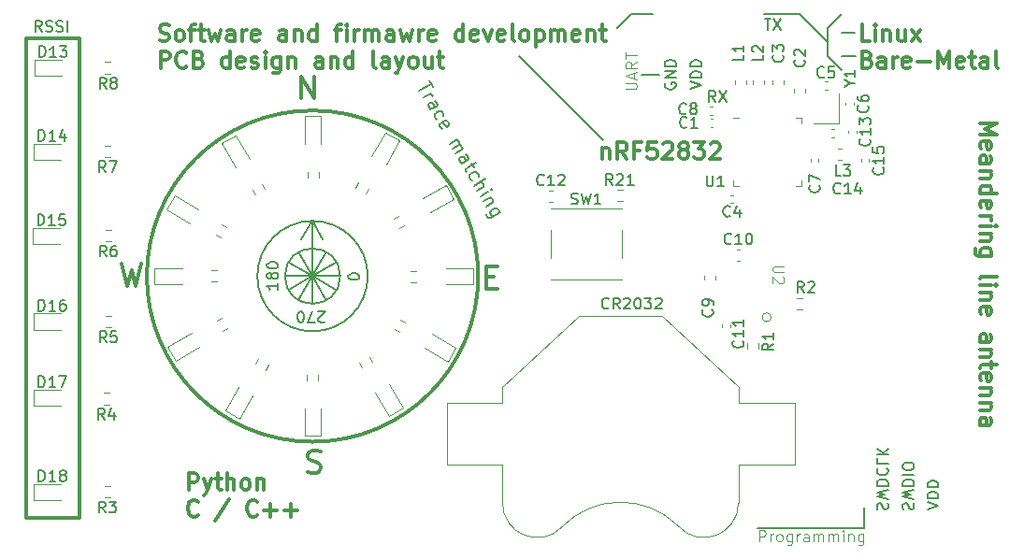
<source format=gbr>
%TF.GenerationSoftware,KiCad,Pcbnew,7.0.6*%
%TF.CreationDate,2024-06-09T16:50:33+02:00*%
%TF.ProjectId,nRF52832_visitcard,6e524635-3238-4333-925f-766973697463,v0.1*%
%TF.SameCoordinates,Original*%
%TF.FileFunction,Legend,Top*%
%TF.FilePolarity,Positive*%
%FSLAX46Y46*%
G04 Gerber Fmt 4.6, Leading zero omitted, Abs format (unit mm)*
G04 Created by KiCad (PCBNEW 7.0.6) date 2024-06-09 16:50:33*
%MOMM*%
%LPD*%
G01*
G04 APERTURE LIST*
%ADD10C,0.150000*%
%ADD11C,0.300000*%
%ADD12C,0.200000*%
%ADD13C,0.100000*%
%ADD14C,0.120000*%
G04 APERTURE END LIST*
D10*
X173990000Y-83820000D02*
X173990000Y-82550000D01*
X146050000Y-85090000D02*
X153670000Y-92710000D01*
X173990000Y-82550000D02*
X175260000Y-81280000D01*
X157149800Y-86766400D02*
X158750000Y-86766400D01*
X173990000Y-83820000D02*
X173990000Y-85090000D01*
X173990000Y-85090000D02*
X175260000Y-86360000D01*
X132358400Y-105025400D02*
G75*
G03*
X132358400Y-105025400I-5000000J0D01*
G01*
X167665400Y-127812800D02*
X177266600Y-127812800D01*
X127358400Y-105025400D02*
X129463800Y-103784400D01*
X171450000Y-81280000D02*
X173990000Y-83820000D01*
X176453800Y-83007200D02*
X175234600Y-83007200D01*
X129858400Y-105025400D02*
G75*
G03*
X129858400Y-105025400I-2500000J0D01*
G01*
X127358400Y-105025400D02*
X125196600Y-106248200D01*
X127358400Y-105025400D02*
X129489200Y-106222800D01*
D11*
X101422200Y-83489800D02*
X106222800Y-83489800D01*
X106222800Y-126923800D01*
X101422200Y-126923800D01*
X101422200Y-83489800D01*
D10*
X127358400Y-105025400D02*
X126111000Y-107162600D01*
X127358400Y-100025400D02*
X126365000Y-101676200D01*
X156210000Y-81280000D02*
X158191200Y-81280000D01*
X127358400Y-105025400D02*
X127358400Y-107525400D01*
X154940000Y-82550000D02*
X156210000Y-81280000D01*
X127358400Y-105025400D02*
X126136400Y-102920800D01*
X127358400Y-100025400D02*
X128244600Y-101676200D01*
X127358400Y-105025400D02*
X128549400Y-102946200D01*
X127358400Y-105025400D02*
X128549400Y-107111800D01*
X127358400Y-105025400D02*
X129858400Y-105025400D01*
X127358400Y-105025400D02*
X124858400Y-105025400D01*
X176530000Y-85090000D02*
X175260000Y-85090000D01*
D11*
X142358400Y-105025400D02*
G75*
G03*
X142358400Y-105025400I-15000000J0D01*
G01*
D10*
X127358400Y-105025400D02*
X125196600Y-103784400D01*
X168198800Y-81280000D02*
X171450000Y-81280000D01*
X177266600Y-127812800D02*
X177266600Y-125958600D01*
X127358400Y-105025400D02*
X127358400Y-100025400D01*
X128549400Y-102946200D02*
X127358400Y-105025400D01*
X163849207Y-89252419D02*
X163515874Y-88776228D01*
X163277779Y-89252419D02*
X163277779Y-88252419D01*
X163277779Y-88252419D02*
X163658731Y-88252419D01*
X163658731Y-88252419D02*
X163753969Y-88300038D01*
X163753969Y-88300038D02*
X163801588Y-88347657D01*
X163801588Y-88347657D02*
X163849207Y-88442895D01*
X163849207Y-88442895D02*
X163849207Y-88585752D01*
X163849207Y-88585752D02*
X163801588Y-88680990D01*
X163801588Y-88680990D02*
X163753969Y-88728609D01*
X163753969Y-88728609D02*
X163658731Y-88776228D01*
X163658731Y-88776228D02*
X163277779Y-88776228D01*
X164182541Y-88252419D02*
X164849207Y-89252419D01*
X164849207Y-88252419D02*
X164182541Y-89252419D01*
D11*
X177798796Y-83745828D02*
X177084510Y-83745828D01*
X177084510Y-83745828D02*
X177084510Y-82245828D01*
X178298796Y-83745828D02*
X178298796Y-82745828D01*
X178298796Y-82245828D02*
X178227368Y-82317257D01*
X178227368Y-82317257D02*
X178298796Y-82388685D01*
X178298796Y-82388685D02*
X178370225Y-82317257D01*
X178370225Y-82317257D02*
X178298796Y-82245828D01*
X178298796Y-82245828D02*
X178298796Y-82388685D01*
X179013082Y-82745828D02*
X179013082Y-83745828D01*
X179013082Y-82888685D02*
X179084511Y-82817257D01*
X179084511Y-82817257D02*
X179227368Y-82745828D01*
X179227368Y-82745828D02*
X179441654Y-82745828D01*
X179441654Y-82745828D02*
X179584511Y-82817257D01*
X179584511Y-82817257D02*
X179655940Y-82960114D01*
X179655940Y-82960114D02*
X179655940Y-83745828D01*
X181013083Y-82745828D02*
X181013083Y-83745828D01*
X180370225Y-82745828D02*
X180370225Y-83531542D01*
X180370225Y-83531542D02*
X180441654Y-83674400D01*
X180441654Y-83674400D02*
X180584511Y-83745828D01*
X180584511Y-83745828D02*
X180798797Y-83745828D01*
X180798797Y-83745828D02*
X180941654Y-83674400D01*
X180941654Y-83674400D02*
X181013083Y-83602971D01*
X181584511Y-83745828D02*
X182370226Y-82745828D01*
X181584511Y-82745828D02*
X182370226Y-83745828D01*
X177584510Y-85375114D02*
X177798796Y-85446542D01*
X177798796Y-85446542D02*
X177870225Y-85517971D01*
X177870225Y-85517971D02*
X177941653Y-85660828D01*
X177941653Y-85660828D02*
X177941653Y-85875114D01*
X177941653Y-85875114D02*
X177870225Y-86017971D01*
X177870225Y-86017971D02*
X177798796Y-86089400D01*
X177798796Y-86089400D02*
X177655939Y-86160828D01*
X177655939Y-86160828D02*
X177084510Y-86160828D01*
X177084510Y-86160828D02*
X177084510Y-84660828D01*
X177084510Y-84660828D02*
X177584510Y-84660828D01*
X177584510Y-84660828D02*
X177727368Y-84732257D01*
X177727368Y-84732257D02*
X177798796Y-84803685D01*
X177798796Y-84803685D02*
X177870225Y-84946542D01*
X177870225Y-84946542D02*
X177870225Y-85089400D01*
X177870225Y-85089400D02*
X177798796Y-85232257D01*
X177798796Y-85232257D02*
X177727368Y-85303685D01*
X177727368Y-85303685D02*
X177584510Y-85375114D01*
X177584510Y-85375114D02*
X177084510Y-85375114D01*
X179227368Y-86160828D02*
X179227368Y-85375114D01*
X179227368Y-85375114D02*
X179155939Y-85232257D01*
X179155939Y-85232257D02*
X179013082Y-85160828D01*
X179013082Y-85160828D02*
X178727368Y-85160828D01*
X178727368Y-85160828D02*
X178584510Y-85232257D01*
X179227368Y-86089400D02*
X179084510Y-86160828D01*
X179084510Y-86160828D02*
X178727368Y-86160828D01*
X178727368Y-86160828D02*
X178584510Y-86089400D01*
X178584510Y-86089400D02*
X178513082Y-85946542D01*
X178513082Y-85946542D02*
X178513082Y-85803685D01*
X178513082Y-85803685D02*
X178584510Y-85660828D01*
X178584510Y-85660828D02*
X178727368Y-85589400D01*
X178727368Y-85589400D02*
X179084510Y-85589400D01*
X179084510Y-85589400D02*
X179227368Y-85517971D01*
X179941653Y-86160828D02*
X179941653Y-85160828D01*
X179941653Y-85446542D02*
X180013082Y-85303685D01*
X180013082Y-85303685D02*
X180084511Y-85232257D01*
X180084511Y-85232257D02*
X180227368Y-85160828D01*
X180227368Y-85160828D02*
X180370225Y-85160828D01*
X181441653Y-86089400D02*
X181298796Y-86160828D01*
X181298796Y-86160828D02*
X181013082Y-86160828D01*
X181013082Y-86160828D02*
X180870224Y-86089400D01*
X180870224Y-86089400D02*
X180798796Y-85946542D01*
X180798796Y-85946542D02*
X180798796Y-85375114D01*
X180798796Y-85375114D02*
X180870224Y-85232257D01*
X180870224Y-85232257D02*
X181013082Y-85160828D01*
X181013082Y-85160828D02*
X181298796Y-85160828D01*
X181298796Y-85160828D02*
X181441653Y-85232257D01*
X181441653Y-85232257D02*
X181513082Y-85375114D01*
X181513082Y-85375114D02*
X181513082Y-85517971D01*
X181513082Y-85517971D02*
X180798796Y-85660828D01*
X182155938Y-85589400D02*
X183298796Y-85589400D01*
X184013081Y-86160828D02*
X184013081Y-84660828D01*
X184013081Y-84660828D02*
X184513081Y-85732257D01*
X184513081Y-85732257D02*
X185013081Y-84660828D01*
X185013081Y-84660828D02*
X185013081Y-86160828D01*
X186298796Y-86089400D02*
X186155939Y-86160828D01*
X186155939Y-86160828D02*
X185870225Y-86160828D01*
X185870225Y-86160828D02*
X185727367Y-86089400D01*
X185727367Y-86089400D02*
X185655939Y-85946542D01*
X185655939Y-85946542D02*
X185655939Y-85375114D01*
X185655939Y-85375114D02*
X185727367Y-85232257D01*
X185727367Y-85232257D02*
X185870225Y-85160828D01*
X185870225Y-85160828D02*
X186155939Y-85160828D01*
X186155939Y-85160828D02*
X186298796Y-85232257D01*
X186298796Y-85232257D02*
X186370225Y-85375114D01*
X186370225Y-85375114D02*
X186370225Y-85517971D01*
X186370225Y-85517971D02*
X185655939Y-85660828D01*
X186798796Y-85160828D02*
X187370224Y-85160828D01*
X187013081Y-84660828D02*
X187013081Y-85946542D01*
X187013081Y-85946542D02*
X187084510Y-86089400D01*
X187084510Y-86089400D02*
X187227367Y-86160828D01*
X187227367Y-86160828D02*
X187370224Y-86160828D01*
X188513082Y-86160828D02*
X188513082Y-85375114D01*
X188513082Y-85375114D02*
X188441653Y-85232257D01*
X188441653Y-85232257D02*
X188298796Y-85160828D01*
X188298796Y-85160828D02*
X188013082Y-85160828D01*
X188013082Y-85160828D02*
X187870224Y-85232257D01*
X188513082Y-86089400D02*
X188370224Y-86160828D01*
X188370224Y-86160828D02*
X188013082Y-86160828D01*
X188013082Y-86160828D02*
X187870224Y-86089400D01*
X187870224Y-86089400D02*
X187798796Y-85946542D01*
X187798796Y-85946542D02*
X187798796Y-85803685D01*
X187798796Y-85803685D02*
X187870224Y-85660828D01*
X187870224Y-85660828D02*
X188013082Y-85589400D01*
X188013082Y-85589400D02*
X188370224Y-85589400D01*
X188370224Y-85589400D02*
X188513082Y-85517971D01*
X189441653Y-86160828D02*
X189298796Y-86089400D01*
X189298796Y-86089400D02*
X189227367Y-85946542D01*
X189227367Y-85946542D02*
X189227367Y-84660828D01*
D10*
X124228219Y-105667011D02*
X124228219Y-106238439D01*
X124228219Y-105952725D02*
X123228219Y-105952725D01*
X123228219Y-105952725D02*
X123371076Y-106047963D01*
X123371076Y-106047963D02*
X123466314Y-106143201D01*
X123466314Y-106143201D02*
X123513933Y-106238439D01*
X123656790Y-105095582D02*
X123609171Y-105190820D01*
X123609171Y-105190820D02*
X123561552Y-105238439D01*
X123561552Y-105238439D02*
X123466314Y-105286058D01*
X123466314Y-105286058D02*
X123418695Y-105286058D01*
X123418695Y-105286058D02*
X123323457Y-105238439D01*
X123323457Y-105238439D02*
X123275838Y-105190820D01*
X123275838Y-105190820D02*
X123228219Y-105095582D01*
X123228219Y-105095582D02*
X123228219Y-104905106D01*
X123228219Y-104905106D02*
X123275838Y-104809868D01*
X123275838Y-104809868D02*
X123323457Y-104762249D01*
X123323457Y-104762249D02*
X123418695Y-104714630D01*
X123418695Y-104714630D02*
X123466314Y-104714630D01*
X123466314Y-104714630D02*
X123561552Y-104762249D01*
X123561552Y-104762249D02*
X123609171Y-104809868D01*
X123609171Y-104809868D02*
X123656790Y-104905106D01*
X123656790Y-104905106D02*
X123656790Y-105095582D01*
X123656790Y-105095582D02*
X123704409Y-105190820D01*
X123704409Y-105190820D02*
X123752028Y-105238439D01*
X123752028Y-105238439D02*
X123847266Y-105286058D01*
X123847266Y-105286058D02*
X124037742Y-105286058D01*
X124037742Y-105286058D02*
X124132980Y-105238439D01*
X124132980Y-105238439D02*
X124180600Y-105190820D01*
X124180600Y-105190820D02*
X124228219Y-105095582D01*
X124228219Y-105095582D02*
X124228219Y-104905106D01*
X124228219Y-104905106D02*
X124180600Y-104809868D01*
X124180600Y-104809868D02*
X124132980Y-104762249D01*
X124132980Y-104762249D02*
X124037742Y-104714630D01*
X124037742Y-104714630D02*
X123847266Y-104714630D01*
X123847266Y-104714630D02*
X123752028Y-104762249D01*
X123752028Y-104762249D02*
X123704409Y-104809868D01*
X123704409Y-104809868D02*
X123656790Y-104905106D01*
X123228219Y-104095582D02*
X123228219Y-104000344D01*
X123228219Y-104000344D02*
X123275838Y-103905106D01*
X123275838Y-103905106D02*
X123323457Y-103857487D01*
X123323457Y-103857487D02*
X123418695Y-103809868D01*
X123418695Y-103809868D02*
X123609171Y-103762249D01*
X123609171Y-103762249D02*
X123847266Y-103762249D01*
X123847266Y-103762249D02*
X124037742Y-103809868D01*
X124037742Y-103809868D02*
X124132980Y-103857487D01*
X124132980Y-103857487D02*
X124180600Y-103905106D01*
X124180600Y-103905106D02*
X124228219Y-104000344D01*
X124228219Y-104000344D02*
X124228219Y-104095582D01*
X124228219Y-104095582D02*
X124180600Y-104190820D01*
X124180600Y-104190820D02*
X124132980Y-104238439D01*
X124132980Y-104238439D02*
X124037742Y-104286058D01*
X124037742Y-104286058D02*
X123847266Y-104333677D01*
X123847266Y-104333677D02*
X123609171Y-104333677D01*
X123609171Y-104333677D02*
X123418695Y-104286058D01*
X123418695Y-104286058D02*
X123323457Y-104238439D01*
X123323457Y-104238439D02*
X123275838Y-104190820D01*
X123275838Y-104190820D02*
X123228219Y-104095582D01*
D12*
X137899551Y-87316695D02*
X138242408Y-87910541D01*
X137031749Y-88213618D02*
X138070979Y-87613618D01*
X137403177Y-88856952D02*
X138095998Y-88456952D01*
X137898049Y-88571237D02*
X138025595Y-88563582D01*
X138025595Y-88563582D02*
X138103653Y-88584497D01*
X138103653Y-88584497D02*
X138210283Y-88654900D01*
X138210283Y-88654900D02*
X138267426Y-88753875D01*
X138031749Y-89945669D02*
X138576108Y-89631383D01*
X138576108Y-89631383D02*
X138646510Y-89524753D01*
X138646510Y-89524753D02*
X138638855Y-89397208D01*
X138638855Y-89397208D02*
X138524569Y-89199259D01*
X138524569Y-89199259D02*
X138417939Y-89128856D01*
X138081236Y-89917098D02*
X137974606Y-89846695D01*
X137974606Y-89846695D02*
X137831749Y-89599259D01*
X137831749Y-89599259D02*
X137824093Y-89471713D01*
X137824093Y-89471713D02*
X137894496Y-89365083D01*
X137894496Y-89365083D02*
X137993470Y-89307940D01*
X137993470Y-89307940D02*
X138121016Y-89300285D01*
X138121016Y-89300285D02*
X138227646Y-89370687D01*
X138227646Y-89370687D02*
X138370503Y-89618123D01*
X138370503Y-89618123D02*
X138477133Y-89688526D01*
X138624093Y-90857354D02*
X138517463Y-90786951D01*
X138517463Y-90786951D02*
X138403177Y-90589002D01*
X138403177Y-90589002D02*
X138395521Y-90461456D01*
X138395521Y-90461456D02*
X138416437Y-90383398D01*
X138416437Y-90383398D02*
X138486840Y-90276768D01*
X138486840Y-90276768D02*
X138783763Y-90105339D01*
X138783763Y-90105339D02*
X138911309Y-90097683D01*
X138911309Y-90097683D02*
X138989367Y-90118599D01*
X138989367Y-90118599D02*
X139095997Y-90189002D01*
X139095997Y-90189002D02*
X139210283Y-90386951D01*
X139210283Y-90386951D02*
X139217939Y-90514496D01*
X139109807Y-91698635D02*
X139003177Y-91628232D01*
X139003177Y-91628232D02*
X138888891Y-91430283D01*
X138888891Y-91430283D02*
X138881235Y-91302738D01*
X138881235Y-91302738D02*
X138951638Y-91196108D01*
X138951638Y-91196108D02*
X139347536Y-90967536D01*
X139347536Y-90967536D02*
X139475081Y-90959881D01*
X139475081Y-90959881D02*
X139581712Y-91030283D01*
X139581712Y-91030283D02*
X139695997Y-91228232D01*
X139695997Y-91228232D02*
X139703653Y-91355778D01*
X139703653Y-91355778D02*
X139633250Y-91462408D01*
X139633250Y-91462408D02*
X139534276Y-91519551D01*
X139534276Y-91519551D02*
X139149587Y-91081822D01*
X139803177Y-93013873D02*
X140495997Y-92613873D01*
X140397023Y-92671015D02*
X140475081Y-92691931D01*
X140475081Y-92691931D02*
X140581711Y-92762334D01*
X140581711Y-92762334D02*
X140667426Y-92910796D01*
X140667426Y-92910796D02*
X140675081Y-93038341D01*
X140675081Y-93038341D02*
X140604679Y-93144971D01*
X140604679Y-93144971D02*
X140060320Y-93459257D01*
X140604679Y-93144971D02*
X140732224Y-93137316D01*
X140732224Y-93137316D02*
X140838854Y-93207719D01*
X140838854Y-93207719D02*
X140924569Y-93356180D01*
X140924569Y-93356180D02*
X140932224Y-93483726D01*
X140932224Y-93483726D02*
X140861821Y-93590356D01*
X140861821Y-93590356D02*
X140317463Y-93904642D01*
X140860320Y-94844898D02*
X141404679Y-94530612D01*
X141404679Y-94530612D02*
X141475081Y-94423982D01*
X141475081Y-94423982D02*
X141467426Y-94296436D01*
X141467426Y-94296436D02*
X141353140Y-94098488D01*
X141353140Y-94098488D02*
X141246510Y-94028085D01*
X140909807Y-94816326D02*
X140803177Y-94745923D01*
X140803177Y-94745923D02*
X140660320Y-94498488D01*
X140660320Y-94498488D02*
X140652664Y-94370942D01*
X140652664Y-94370942D02*
X140723067Y-94264312D01*
X140723067Y-94264312D02*
X140822041Y-94207169D01*
X140822041Y-94207169D02*
X140949587Y-94199513D01*
X140949587Y-94199513D02*
X141056217Y-94269916D01*
X141056217Y-94269916D02*
X141199074Y-94517352D01*
X141199074Y-94517352D02*
X141305704Y-94587755D01*
X141753140Y-94791308D02*
X141981711Y-95187205D01*
X142185264Y-94739769D02*
X141294495Y-95254055D01*
X141294495Y-95254055D02*
X141224092Y-95360685D01*
X141224092Y-95360685D02*
X141231748Y-95488231D01*
X141231748Y-95488231D02*
X141288891Y-95587205D01*
X141795521Y-96350428D02*
X141688891Y-96280025D01*
X141688891Y-96280025D02*
X141574605Y-96082076D01*
X141574605Y-96082076D02*
X141566949Y-95954531D01*
X141566949Y-95954531D02*
X141587865Y-95876472D01*
X141587865Y-95876472D02*
X141658268Y-95769842D01*
X141658268Y-95769842D02*
X141955191Y-95598413D01*
X141955191Y-95598413D02*
X142082737Y-95590758D01*
X142082737Y-95590758D02*
X142160795Y-95611674D01*
X142160795Y-95611674D02*
X142267425Y-95682076D01*
X142267425Y-95682076D02*
X142381711Y-95880025D01*
X142381711Y-95880025D02*
X142389367Y-96007571D01*
X142003176Y-96824384D02*
X143042407Y-96224384D01*
X142260319Y-97269768D02*
X142804678Y-96955482D01*
X142804678Y-96955482D02*
X142875081Y-96848852D01*
X142875081Y-96848852D02*
X142867425Y-96721307D01*
X142867425Y-96721307D02*
X142781711Y-96572845D01*
X142781711Y-96572845D02*
X142675081Y-96502442D01*
X142675081Y-96502442D02*
X142597022Y-96481526D01*
X142546033Y-97764639D02*
X143238854Y-97364639D01*
X143585264Y-97164639D02*
X143507205Y-97143724D01*
X143507205Y-97143724D02*
X143486289Y-97221782D01*
X143486289Y-97221782D02*
X143564348Y-97242698D01*
X143564348Y-97242698D02*
X143585264Y-97164639D01*
X143585264Y-97164639D02*
X143486289Y-97221782D01*
X143524568Y-97859511D02*
X142831748Y-98259511D01*
X143425594Y-97916654D02*
X143503652Y-97937570D01*
X143503652Y-97937570D02*
X143610282Y-98007973D01*
X143610282Y-98007973D02*
X143695997Y-98156434D01*
X143695997Y-98156434D02*
X143703652Y-98283980D01*
X143703652Y-98283980D02*
X143633250Y-98390610D01*
X143633250Y-98390610D02*
X143088891Y-98704896D01*
X144324568Y-99245152D02*
X143483286Y-99730866D01*
X143483286Y-99730866D02*
X143355740Y-99738522D01*
X143355740Y-99738522D02*
X143277682Y-99717606D01*
X143277682Y-99717606D02*
X143171052Y-99647203D01*
X143171052Y-99647203D02*
X143085338Y-99498742D01*
X143085338Y-99498742D02*
X143077682Y-99371196D01*
X143681235Y-99616580D02*
X143574605Y-99546178D01*
X143574605Y-99546178D02*
X143460319Y-99348229D01*
X143460319Y-99348229D02*
X143452663Y-99220683D01*
X143452663Y-99220683D02*
X143473579Y-99142625D01*
X143473579Y-99142625D02*
X143543982Y-99035994D01*
X143543982Y-99035994D02*
X143840905Y-98864566D01*
X143840905Y-98864566D02*
X143968451Y-98856910D01*
X143968451Y-98856910D02*
X144046509Y-98877826D01*
X144046509Y-98877826D02*
X144153139Y-98948229D01*
X144153139Y-98948229D02*
X144267425Y-99146178D01*
X144267425Y-99146178D02*
X144275081Y-99273723D01*
D10*
X183019819Y-126145677D02*
X184019819Y-125812344D01*
X184019819Y-125812344D02*
X183019819Y-125479011D01*
X184019819Y-125145677D02*
X183019819Y-125145677D01*
X183019819Y-125145677D02*
X183019819Y-124907582D01*
X183019819Y-124907582D02*
X183067438Y-124764725D01*
X183067438Y-124764725D02*
X183162676Y-124669487D01*
X183162676Y-124669487D02*
X183257914Y-124621868D01*
X183257914Y-124621868D02*
X183448390Y-124574249D01*
X183448390Y-124574249D02*
X183591247Y-124574249D01*
X183591247Y-124574249D02*
X183781723Y-124621868D01*
X183781723Y-124621868D02*
X183876961Y-124669487D01*
X183876961Y-124669487D02*
X183972200Y-124764725D01*
X183972200Y-124764725D02*
X184019819Y-124907582D01*
X184019819Y-124907582D02*
X184019819Y-125145677D01*
X184019819Y-124145677D02*
X183019819Y-124145677D01*
X183019819Y-124145677D02*
X183019819Y-123907582D01*
X183019819Y-123907582D02*
X183067438Y-123764725D01*
X183067438Y-123764725D02*
X183162676Y-123669487D01*
X183162676Y-123669487D02*
X183257914Y-123621868D01*
X183257914Y-123621868D02*
X183448390Y-123574249D01*
X183448390Y-123574249D02*
X183591247Y-123574249D01*
X183591247Y-123574249D02*
X183781723Y-123621868D01*
X183781723Y-123621868D02*
X183876961Y-123669487D01*
X183876961Y-123669487D02*
X183972200Y-123764725D01*
X183972200Y-123764725D02*
X184019819Y-123907582D01*
X184019819Y-123907582D02*
X184019819Y-124145677D01*
X159293038Y-87531411D02*
X159245419Y-87626649D01*
X159245419Y-87626649D02*
X159245419Y-87769506D01*
X159245419Y-87769506D02*
X159293038Y-87912363D01*
X159293038Y-87912363D02*
X159388276Y-88007601D01*
X159388276Y-88007601D02*
X159483514Y-88055220D01*
X159483514Y-88055220D02*
X159673990Y-88102839D01*
X159673990Y-88102839D02*
X159816847Y-88102839D01*
X159816847Y-88102839D02*
X160007323Y-88055220D01*
X160007323Y-88055220D02*
X160102561Y-88007601D01*
X160102561Y-88007601D02*
X160197800Y-87912363D01*
X160197800Y-87912363D02*
X160245419Y-87769506D01*
X160245419Y-87769506D02*
X160245419Y-87674268D01*
X160245419Y-87674268D02*
X160197800Y-87531411D01*
X160197800Y-87531411D02*
X160150180Y-87483792D01*
X160150180Y-87483792D02*
X159816847Y-87483792D01*
X159816847Y-87483792D02*
X159816847Y-87674268D01*
X160245419Y-87055220D02*
X159245419Y-87055220D01*
X159245419Y-87055220D02*
X160245419Y-86483792D01*
X160245419Y-86483792D02*
X159245419Y-86483792D01*
X160245419Y-86007601D02*
X159245419Y-86007601D01*
X159245419Y-86007601D02*
X159245419Y-85769506D01*
X159245419Y-85769506D02*
X159293038Y-85626649D01*
X159293038Y-85626649D02*
X159388276Y-85531411D01*
X159388276Y-85531411D02*
X159483514Y-85483792D01*
X159483514Y-85483792D02*
X159673990Y-85436173D01*
X159673990Y-85436173D02*
X159816847Y-85436173D01*
X159816847Y-85436173D02*
X160007323Y-85483792D01*
X160007323Y-85483792D02*
X160102561Y-85531411D01*
X160102561Y-85531411D02*
X160197800Y-85626649D01*
X160197800Y-85626649D02*
X160245419Y-85769506D01*
X160245419Y-85769506D02*
X160245419Y-86007601D01*
D11*
X116124510Y-124385828D02*
X116124510Y-122885828D01*
X116124510Y-122885828D02*
X116695939Y-122885828D01*
X116695939Y-122885828D02*
X116838796Y-122957257D01*
X116838796Y-122957257D02*
X116910225Y-123028685D01*
X116910225Y-123028685D02*
X116981653Y-123171542D01*
X116981653Y-123171542D02*
X116981653Y-123385828D01*
X116981653Y-123385828D02*
X116910225Y-123528685D01*
X116910225Y-123528685D02*
X116838796Y-123600114D01*
X116838796Y-123600114D02*
X116695939Y-123671542D01*
X116695939Y-123671542D02*
X116124510Y-123671542D01*
X117481653Y-123385828D02*
X117838796Y-124385828D01*
X118195939Y-123385828D02*
X117838796Y-124385828D01*
X117838796Y-124385828D02*
X117695939Y-124742971D01*
X117695939Y-124742971D02*
X117624510Y-124814400D01*
X117624510Y-124814400D02*
X117481653Y-124885828D01*
X118553082Y-123385828D02*
X119124510Y-123385828D01*
X118767367Y-122885828D02*
X118767367Y-124171542D01*
X118767367Y-124171542D02*
X118838796Y-124314400D01*
X118838796Y-124314400D02*
X118981653Y-124385828D01*
X118981653Y-124385828D02*
X119124510Y-124385828D01*
X119624510Y-124385828D02*
X119624510Y-122885828D01*
X120267368Y-124385828D02*
X120267368Y-123600114D01*
X120267368Y-123600114D02*
X120195939Y-123457257D01*
X120195939Y-123457257D02*
X120053082Y-123385828D01*
X120053082Y-123385828D02*
X119838796Y-123385828D01*
X119838796Y-123385828D02*
X119695939Y-123457257D01*
X119695939Y-123457257D02*
X119624510Y-123528685D01*
X121195939Y-124385828D02*
X121053082Y-124314400D01*
X121053082Y-124314400D02*
X120981653Y-124242971D01*
X120981653Y-124242971D02*
X120910225Y-124100114D01*
X120910225Y-124100114D02*
X120910225Y-123671542D01*
X120910225Y-123671542D02*
X120981653Y-123528685D01*
X120981653Y-123528685D02*
X121053082Y-123457257D01*
X121053082Y-123457257D02*
X121195939Y-123385828D01*
X121195939Y-123385828D02*
X121410225Y-123385828D01*
X121410225Y-123385828D02*
X121553082Y-123457257D01*
X121553082Y-123457257D02*
X121624511Y-123528685D01*
X121624511Y-123528685D02*
X121695939Y-123671542D01*
X121695939Y-123671542D02*
X121695939Y-124100114D01*
X121695939Y-124100114D02*
X121624511Y-124242971D01*
X121624511Y-124242971D02*
X121553082Y-124314400D01*
X121553082Y-124314400D02*
X121410225Y-124385828D01*
X121410225Y-124385828D02*
X121195939Y-124385828D01*
X122338796Y-123385828D02*
X122338796Y-124385828D01*
X122338796Y-123528685D02*
X122410225Y-123457257D01*
X122410225Y-123457257D02*
X122553082Y-123385828D01*
X122553082Y-123385828D02*
X122767368Y-123385828D01*
X122767368Y-123385828D02*
X122910225Y-123457257D01*
X122910225Y-123457257D02*
X122981654Y-123600114D01*
X122981654Y-123600114D02*
X122981654Y-124385828D01*
X116981653Y-126657971D02*
X116910225Y-126729400D01*
X116910225Y-126729400D02*
X116695939Y-126800828D01*
X116695939Y-126800828D02*
X116553082Y-126800828D01*
X116553082Y-126800828D02*
X116338796Y-126729400D01*
X116338796Y-126729400D02*
X116195939Y-126586542D01*
X116195939Y-126586542D02*
X116124510Y-126443685D01*
X116124510Y-126443685D02*
X116053082Y-126157971D01*
X116053082Y-126157971D02*
X116053082Y-125943685D01*
X116053082Y-125943685D02*
X116124510Y-125657971D01*
X116124510Y-125657971D02*
X116195939Y-125515114D01*
X116195939Y-125515114D02*
X116338796Y-125372257D01*
X116338796Y-125372257D02*
X116553082Y-125300828D01*
X116553082Y-125300828D02*
X116695939Y-125300828D01*
X116695939Y-125300828D02*
X116910225Y-125372257D01*
X116910225Y-125372257D02*
X116981653Y-125443685D01*
X119838796Y-125229400D02*
X118553082Y-127157971D01*
X122338796Y-126657971D02*
X122267368Y-126729400D01*
X122267368Y-126729400D02*
X122053082Y-126800828D01*
X122053082Y-126800828D02*
X121910225Y-126800828D01*
X121910225Y-126800828D02*
X121695939Y-126729400D01*
X121695939Y-126729400D02*
X121553082Y-126586542D01*
X121553082Y-126586542D02*
X121481653Y-126443685D01*
X121481653Y-126443685D02*
X121410225Y-126157971D01*
X121410225Y-126157971D02*
X121410225Y-125943685D01*
X121410225Y-125943685D02*
X121481653Y-125657971D01*
X121481653Y-125657971D02*
X121553082Y-125515114D01*
X121553082Y-125515114D02*
X121695939Y-125372257D01*
X121695939Y-125372257D02*
X121910225Y-125300828D01*
X121910225Y-125300828D02*
X122053082Y-125300828D01*
X122053082Y-125300828D02*
X122267368Y-125372257D01*
X122267368Y-125372257D02*
X122338796Y-125443685D01*
X122981653Y-126229400D02*
X124124511Y-126229400D01*
X123553082Y-126800828D02*
X123553082Y-125657971D01*
X124838796Y-126229400D02*
X125981654Y-126229400D01*
X125410225Y-126800828D02*
X125410225Y-125657971D01*
D10*
X128463439Y-109111942D02*
X128415820Y-109159561D01*
X128415820Y-109159561D02*
X128320582Y-109207180D01*
X128320582Y-109207180D02*
X128082487Y-109207180D01*
X128082487Y-109207180D02*
X127987249Y-109159561D01*
X127987249Y-109159561D02*
X127939630Y-109111942D01*
X127939630Y-109111942D02*
X127892011Y-109016704D01*
X127892011Y-109016704D02*
X127892011Y-108921466D01*
X127892011Y-108921466D02*
X127939630Y-108778609D01*
X127939630Y-108778609D02*
X128511058Y-108207180D01*
X128511058Y-108207180D02*
X127892011Y-108207180D01*
X127558677Y-109207180D02*
X126892011Y-109207180D01*
X126892011Y-109207180D02*
X127320582Y-108207180D01*
X126320582Y-109207180D02*
X126225344Y-109207180D01*
X126225344Y-109207180D02*
X126130106Y-109159561D01*
X126130106Y-109159561D02*
X126082487Y-109111942D01*
X126082487Y-109111942D02*
X126034868Y-109016704D01*
X126034868Y-109016704D02*
X125987249Y-108826228D01*
X125987249Y-108826228D02*
X125987249Y-108588133D01*
X125987249Y-108588133D02*
X126034868Y-108397657D01*
X126034868Y-108397657D02*
X126082487Y-108302419D01*
X126082487Y-108302419D02*
X126130106Y-108254800D01*
X126130106Y-108254800D02*
X126225344Y-108207180D01*
X126225344Y-108207180D02*
X126320582Y-108207180D01*
X126320582Y-108207180D02*
X126415820Y-108254800D01*
X126415820Y-108254800D02*
X126463439Y-108302419D01*
X126463439Y-108302419D02*
X126511058Y-108397657D01*
X126511058Y-108397657D02*
X126558677Y-108588133D01*
X126558677Y-108588133D02*
X126558677Y-108826228D01*
X126558677Y-108826228D02*
X126511058Y-109016704D01*
X126511058Y-109016704D02*
X126463439Y-109111942D01*
X126463439Y-109111942D02*
X126415820Y-109159561D01*
X126415820Y-109159561D02*
X126320582Y-109207180D01*
X102838407Y-82877019D02*
X102505074Y-82400828D01*
X102266979Y-82877019D02*
X102266979Y-81877019D01*
X102266979Y-81877019D02*
X102647931Y-81877019D01*
X102647931Y-81877019D02*
X102743169Y-81924638D01*
X102743169Y-81924638D02*
X102790788Y-81972257D01*
X102790788Y-81972257D02*
X102838407Y-82067495D01*
X102838407Y-82067495D02*
X102838407Y-82210352D01*
X102838407Y-82210352D02*
X102790788Y-82305590D01*
X102790788Y-82305590D02*
X102743169Y-82353209D01*
X102743169Y-82353209D02*
X102647931Y-82400828D01*
X102647931Y-82400828D02*
X102266979Y-82400828D01*
X103219360Y-82829400D02*
X103362217Y-82877019D01*
X103362217Y-82877019D02*
X103600312Y-82877019D01*
X103600312Y-82877019D02*
X103695550Y-82829400D01*
X103695550Y-82829400D02*
X103743169Y-82781780D01*
X103743169Y-82781780D02*
X103790788Y-82686542D01*
X103790788Y-82686542D02*
X103790788Y-82591304D01*
X103790788Y-82591304D02*
X103743169Y-82496066D01*
X103743169Y-82496066D02*
X103695550Y-82448447D01*
X103695550Y-82448447D02*
X103600312Y-82400828D01*
X103600312Y-82400828D02*
X103409836Y-82353209D01*
X103409836Y-82353209D02*
X103314598Y-82305590D01*
X103314598Y-82305590D02*
X103266979Y-82257971D01*
X103266979Y-82257971D02*
X103219360Y-82162733D01*
X103219360Y-82162733D02*
X103219360Y-82067495D01*
X103219360Y-82067495D02*
X103266979Y-81972257D01*
X103266979Y-81972257D02*
X103314598Y-81924638D01*
X103314598Y-81924638D02*
X103409836Y-81877019D01*
X103409836Y-81877019D02*
X103647931Y-81877019D01*
X103647931Y-81877019D02*
X103790788Y-81924638D01*
X104171741Y-82829400D02*
X104314598Y-82877019D01*
X104314598Y-82877019D02*
X104552693Y-82877019D01*
X104552693Y-82877019D02*
X104647931Y-82829400D01*
X104647931Y-82829400D02*
X104695550Y-82781780D01*
X104695550Y-82781780D02*
X104743169Y-82686542D01*
X104743169Y-82686542D02*
X104743169Y-82591304D01*
X104743169Y-82591304D02*
X104695550Y-82496066D01*
X104695550Y-82496066D02*
X104647931Y-82448447D01*
X104647931Y-82448447D02*
X104552693Y-82400828D01*
X104552693Y-82400828D02*
X104362217Y-82353209D01*
X104362217Y-82353209D02*
X104266979Y-82305590D01*
X104266979Y-82305590D02*
X104219360Y-82257971D01*
X104219360Y-82257971D02*
X104171741Y-82162733D01*
X104171741Y-82162733D02*
X104171741Y-82067495D01*
X104171741Y-82067495D02*
X104219360Y-81972257D01*
X104219360Y-81972257D02*
X104266979Y-81924638D01*
X104266979Y-81924638D02*
X104362217Y-81877019D01*
X104362217Y-81877019D02*
X104600312Y-81877019D01*
X104600312Y-81877019D02*
X104743169Y-81924638D01*
X105171741Y-82877019D02*
X105171741Y-81877019D01*
D11*
X126943320Y-122732800D02*
X127229034Y-122828038D01*
X127229034Y-122828038D02*
X127705225Y-122828038D01*
X127705225Y-122828038D02*
X127895701Y-122732800D01*
X127895701Y-122732800D02*
X127990939Y-122637561D01*
X127990939Y-122637561D02*
X128086177Y-122447085D01*
X128086177Y-122447085D02*
X128086177Y-122256609D01*
X128086177Y-122256609D02*
X127990939Y-122066133D01*
X127990939Y-122066133D02*
X127895701Y-121970895D01*
X127895701Y-121970895D02*
X127705225Y-121875657D01*
X127705225Y-121875657D02*
X127324272Y-121780419D01*
X127324272Y-121780419D02*
X127133796Y-121685180D01*
X127133796Y-121685180D02*
X127038558Y-121589942D01*
X127038558Y-121589942D02*
X126943320Y-121399466D01*
X126943320Y-121399466D02*
X126943320Y-121208990D01*
X126943320Y-121208990D02*
X127038558Y-121018514D01*
X127038558Y-121018514D02*
X127133796Y-120923276D01*
X127133796Y-120923276D02*
X127324272Y-120828038D01*
X127324272Y-120828038D02*
X127800463Y-120828038D01*
X127800463Y-120828038D02*
X128086177Y-120923276D01*
D10*
X130594219Y-105111344D02*
X130594219Y-105016106D01*
X130594219Y-105016106D02*
X130641838Y-104920868D01*
X130641838Y-104920868D02*
X130689457Y-104873249D01*
X130689457Y-104873249D02*
X130784695Y-104825630D01*
X130784695Y-104825630D02*
X130975171Y-104778011D01*
X130975171Y-104778011D02*
X131213266Y-104778011D01*
X131213266Y-104778011D02*
X131403742Y-104825630D01*
X131403742Y-104825630D02*
X131498980Y-104873249D01*
X131498980Y-104873249D02*
X131546600Y-104920868D01*
X131546600Y-104920868D02*
X131594219Y-105016106D01*
X131594219Y-105016106D02*
X131594219Y-105111344D01*
X131594219Y-105111344D02*
X131546600Y-105206582D01*
X131546600Y-105206582D02*
X131498980Y-105254201D01*
X131498980Y-105254201D02*
X131403742Y-105301820D01*
X131403742Y-105301820D02*
X131213266Y-105349439D01*
X131213266Y-105349439D02*
X130975171Y-105349439D01*
X130975171Y-105349439D02*
X130784695Y-105301820D01*
X130784695Y-105301820D02*
X130689457Y-105254201D01*
X130689457Y-105254201D02*
X130641838Y-105206582D01*
X130641838Y-105206582D02*
X130594219Y-105111344D01*
D11*
X126352758Y-88944438D02*
X126352758Y-86944438D01*
X126352758Y-86944438D02*
X127495615Y-88944438D01*
X127495615Y-88944438D02*
X127495615Y-86944438D01*
D10*
X154171807Y-107902380D02*
X154124188Y-107950000D01*
X154124188Y-107950000D02*
X153981331Y-107997619D01*
X153981331Y-107997619D02*
X153886093Y-107997619D01*
X153886093Y-107997619D02*
X153743236Y-107950000D01*
X153743236Y-107950000D02*
X153647998Y-107854761D01*
X153647998Y-107854761D02*
X153600379Y-107759523D01*
X153600379Y-107759523D02*
X153552760Y-107569047D01*
X153552760Y-107569047D02*
X153552760Y-107426190D01*
X153552760Y-107426190D02*
X153600379Y-107235714D01*
X153600379Y-107235714D02*
X153647998Y-107140476D01*
X153647998Y-107140476D02*
X153743236Y-107045238D01*
X153743236Y-107045238D02*
X153886093Y-106997619D01*
X153886093Y-106997619D02*
X153981331Y-106997619D01*
X153981331Y-106997619D02*
X154124188Y-107045238D01*
X154124188Y-107045238D02*
X154171807Y-107092857D01*
X155171807Y-107997619D02*
X154838474Y-107521428D01*
X154600379Y-107997619D02*
X154600379Y-106997619D01*
X154600379Y-106997619D02*
X154981331Y-106997619D01*
X154981331Y-106997619D02*
X155076569Y-107045238D01*
X155076569Y-107045238D02*
X155124188Y-107092857D01*
X155124188Y-107092857D02*
X155171807Y-107188095D01*
X155171807Y-107188095D02*
X155171807Y-107330952D01*
X155171807Y-107330952D02*
X155124188Y-107426190D01*
X155124188Y-107426190D02*
X155076569Y-107473809D01*
X155076569Y-107473809D02*
X154981331Y-107521428D01*
X154981331Y-107521428D02*
X154600379Y-107521428D01*
X155552760Y-107092857D02*
X155600379Y-107045238D01*
X155600379Y-107045238D02*
X155695617Y-106997619D01*
X155695617Y-106997619D02*
X155933712Y-106997619D01*
X155933712Y-106997619D02*
X156028950Y-107045238D01*
X156028950Y-107045238D02*
X156076569Y-107092857D01*
X156076569Y-107092857D02*
X156124188Y-107188095D01*
X156124188Y-107188095D02*
X156124188Y-107283333D01*
X156124188Y-107283333D02*
X156076569Y-107426190D01*
X156076569Y-107426190D02*
X155505141Y-107997619D01*
X155505141Y-107997619D02*
X156124188Y-107997619D01*
X156743236Y-106997619D02*
X156838474Y-106997619D01*
X156838474Y-106997619D02*
X156933712Y-107045238D01*
X156933712Y-107045238D02*
X156981331Y-107092857D01*
X156981331Y-107092857D02*
X157028950Y-107188095D01*
X157028950Y-107188095D02*
X157076569Y-107378571D01*
X157076569Y-107378571D02*
X157076569Y-107616666D01*
X157076569Y-107616666D02*
X157028950Y-107807142D01*
X157028950Y-107807142D02*
X156981331Y-107902380D01*
X156981331Y-107902380D02*
X156933712Y-107950000D01*
X156933712Y-107950000D02*
X156838474Y-107997619D01*
X156838474Y-107997619D02*
X156743236Y-107997619D01*
X156743236Y-107997619D02*
X156647998Y-107950000D01*
X156647998Y-107950000D02*
X156600379Y-107902380D01*
X156600379Y-107902380D02*
X156552760Y-107807142D01*
X156552760Y-107807142D02*
X156505141Y-107616666D01*
X156505141Y-107616666D02*
X156505141Y-107378571D01*
X156505141Y-107378571D02*
X156552760Y-107188095D01*
X156552760Y-107188095D02*
X156600379Y-107092857D01*
X156600379Y-107092857D02*
X156647998Y-107045238D01*
X156647998Y-107045238D02*
X156743236Y-106997619D01*
X157409903Y-106997619D02*
X158028950Y-106997619D01*
X158028950Y-106997619D02*
X157695617Y-107378571D01*
X157695617Y-107378571D02*
X157838474Y-107378571D01*
X157838474Y-107378571D02*
X157933712Y-107426190D01*
X157933712Y-107426190D02*
X157981331Y-107473809D01*
X157981331Y-107473809D02*
X158028950Y-107569047D01*
X158028950Y-107569047D02*
X158028950Y-107807142D01*
X158028950Y-107807142D02*
X157981331Y-107902380D01*
X157981331Y-107902380D02*
X157933712Y-107950000D01*
X157933712Y-107950000D02*
X157838474Y-107997619D01*
X157838474Y-107997619D02*
X157552760Y-107997619D01*
X157552760Y-107997619D02*
X157457522Y-107950000D01*
X157457522Y-107950000D02*
X157409903Y-107902380D01*
X158409903Y-107092857D02*
X158457522Y-107045238D01*
X158457522Y-107045238D02*
X158552760Y-106997619D01*
X158552760Y-106997619D02*
X158790855Y-106997619D01*
X158790855Y-106997619D02*
X158886093Y-107045238D01*
X158886093Y-107045238D02*
X158933712Y-107092857D01*
X158933712Y-107092857D02*
X158981331Y-107188095D01*
X158981331Y-107188095D02*
X158981331Y-107283333D01*
X158981331Y-107283333D02*
X158933712Y-107426190D01*
X158933712Y-107426190D02*
X158362284Y-107997619D01*
X158362284Y-107997619D02*
X158981331Y-107997619D01*
X180848000Y-126152039D02*
X180800380Y-126009182D01*
X180800380Y-126009182D02*
X180800380Y-125771087D01*
X180800380Y-125771087D02*
X180848000Y-125675849D01*
X180848000Y-125675849D02*
X180895619Y-125628230D01*
X180895619Y-125628230D02*
X180990857Y-125580611D01*
X180990857Y-125580611D02*
X181086095Y-125580611D01*
X181086095Y-125580611D02*
X181181333Y-125628230D01*
X181181333Y-125628230D02*
X181228952Y-125675849D01*
X181228952Y-125675849D02*
X181276571Y-125771087D01*
X181276571Y-125771087D02*
X181324190Y-125961563D01*
X181324190Y-125961563D02*
X181371809Y-126056801D01*
X181371809Y-126056801D02*
X181419428Y-126104420D01*
X181419428Y-126104420D02*
X181514666Y-126152039D01*
X181514666Y-126152039D02*
X181609904Y-126152039D01*
X181609904Y-126152039D02*
X181705142Y-126104420D01*
X181705142Y-126104420D02*
X181752761Y-126056801D01*
X181752761Y-126056801D02*
X181800380Y-125961563D01*
X181800380Y-125961563D02*
X181800380Y-125723468D01*
X181800380Y-125723468D02*
X181752761Y-125580611D01*
X181800380Y-125247277D02*
X180800380Y-125009182D01*
X180800380Y-125009182D02*
X181514666Y-124818706D01*
X181514666Y-124818706D02*
X180800380Y-124628230D01*
X180800380Y-124628230D02*
X181800380Y-124390135D01*
X180800380Y-124009182D02*
X181800380Y-124009182D01*
X181800380Y-124009182D02*
X181800380Y-123771087D01*
X181800380Y-123771087D02*
X181752761Y-123628230D01*
X181752761Y-123628230D02*
X181657523Y-123532992D01*
X181657523Y-123532992D02*
X181562285Y-123485373D01*
X181562285Y-123485373D02*
X181371809Y-123437754D01*
X181371809Y-123437754D02*
X181228952Y-123437754D01*
X181228952Y-123437754D02*
X181038476Y-123485373D01*
X181038476Y-123485373D02*
X180943238Y-123532992D01*
X180943238Y-123532992D02*
X180848000Y-123628230D01*
X180848000Y-123628230D02*
X180800380Y-123771087D01*
X180800380Y-123771087D02*
X180800380Y-124009182D01*
X180800380Y-123009182D02*
X181800380Y-123009182D01*
X181800380Y-122342516D02*
X181800380Y-122152040D01*
X181800380Y-122152040D02*
X181752761Y-122056802D01*
X181752761Y-122056802D02*
X181657523Y-121961564D01*
X181657523Y-121961564D02*
X181467047Y-121913945D01*
X181467047Y-121913945D02*
X181133714Y-121913945D01*
X181133714Y-121913945D02*
X180943238Y-121961564D01*
X180943238Y-121961564D02*
X180848000Y-122056802D01*
X180848000Y-122056802D02*
X180800380Y-122152040D01*
X180800380Y-122152040D02*
X180800380Y-122342516D01*
X180800380Y-122342516D02*
X180848000Y-122437754D01*
X180848000Y-122437754D02*
X180943238Y-122532992D01*
X180943238Y-122532992D02*
X181133714Y-122580611D01*
X181133714Y-122580611D02*
X181467047Y-122580611D01*
X181467047Y-122580611D02*
X181657523Y-122532992D01*
X181657523Y-122532992D02*
X181752761Y-122437754D01*
X181752761Y-122437754D02*
X181800380Y-122342516D01*
D11*
X153614910Y-93415828D02*
X153614910Y-94415828D01*
X153614910Y-93558685D02*
X153686339Y-93487257D01*
X153686339Y-93487257D02*
X153829196Y-93415828D01*
X153829196Y-93415828D02*
X154043482Y-93415828D01*
X154043482Y-93415828D02*
X154186339Y-93487257D01*
X154186339Y-93487257D02*
X154257768Y-93630114D01*
X154257768Y-93630114D02*
X154257768Y-94415828D01*
X155829196Y-94415828D02*
X155329196Y-93701542D01*
X154972053Y-94415828D02*
X154972053Y-92915828D01*
X154972053Y-92915828D02*
X155543482Y-92915828D01*
X155543482Y-92915828D02*
X155686339Y-92987257D01*
X155686339Y-92987257D02*
X155757768Y-93058685D01*
X155757768Y-93058685D02*
X155829196Y-93201542D01*
X155829196Y-93201542D02*
X155829196Y-93415828D01*
X155829196Y-93415828D02*
X155757768Y-93558685D01*
X155757768Y-93558685D02*
X155686339Y-93630114D01*
X155686339Y-93630114D02*
X155543482Y-93701542D01*
X155543482Y-93701542D02*
X154972053Y-93701542D01*
X156972053Y-93630114D02*
X156472053Y-93630114D01*
X156472053Y-94415828D02*
X156472053Y-92915828D01*
X156472053Y-92915828D02*
X157186339Y-92915828D01*
X158472053Y-92915828D02*
X157757767Y-92915828D01*
X157757767Y-92915828D02*
X157686339Y-93630114D01*
X157686339Y-93630114D02*
X157757767Y-93558685D01*
X157757767Y-93558685D02*
X157900625Y-93487257D01*
X157900625Y-93487257D02*
X158257767Y-93487257D01*
X158257767Y-93487257D02*
X158400625Y-93558685D01*
X158400625Y-93558685D02*
X158472053Y-93630114D01*
X158472053Y-93630114D02*
X158543482Y-93772971D01*
X158543482Y-93772971D02*
X158543482Y-94130114D01*
X158543482Y-94130114D02*
X158472053Y-94272971D01*
X158472053Y-94272971D02*
X158400625Y-94344400D01*
X158400625Y-94344400D02*
X158257767Y-94415828D01*
X158257767Y-94415828D02*
X157900625Y-94415828D01*
X157900625Y-94415828D02*
X157757767Y-94344400D01*
X157757767Y-94344400D02*
X157686339Y-94272971D01*
X159114910Y-93058685D02*
X159186338Y-92987257D01*
X159186338Y-92987257D02*
X159329196Y-92915828D01*
X159329196Y-92915828D02*
X159686338Y-92915828D01*
X159686338Y-92915828D02*
X159829196Y-92987257D01*
X159829196Y-92987257D02*
X159900624Y-93058685D01*
X159900624Y-93058685D02*
X159972053Y-93201542D01*
X159972053Y-93201542D02*
X159972053Y-93344400D01*
X159972053Y-93344400D02*
X159900624Y-93558685D01*
X159900624Y-93558685D02*
X159043481Y-94415828D01*
X159043481Y-94415828D02*
X159972053Y-94415828D01*
X160829195Y-93558685D02*
X160686338Y-93487257D01*
X160686338Y-93487257D02*
X160614909Y-93415828D01*
X160614909Y-93415828D02*
X160543481Y-93272971D01*
X160543481Y-93272971D02*
X160543481Y-93201542D01*
X160543481Y-93201542D02*
X160614909Y-93058685D01*
X160614909Y-93058685D02*
X160686338Y-92987257D01*
X160686338Y-92987257D02*
X160829195Y-92915828D01*
X160829195Y-92915828D02*
X161114909Y-92915828D01*
X161114909Y-92915828D02*
X161257767Y-92987257D01*
X161257767Y-92987257D02*
X161329195Y-93058685D01*
X161329195Y-93058685D02*
X161400624Y-93201542D01*
X161400624Y-93201542D02*
X161400624Y-93272971D01*
X161400624Y-93272971D02*
X161329195Y-93415828D01*
X161329195Y-93415828D02*
X161257767Y-93487257D01*
X161257767Y-93487257D02*
X161114909Y-93558685D01*
X161114909Y-93558685D02*
X160829195Y-93558685D01*
X160829195Y-93558685D02*
X160686338Y-93630114D01*
X160686338Y-93630114D02*
X160614909Y-93701542D01*
X160614909Y-93701542D02*
X160543481Y-93844400D01*
X160543481Y-93844400D02*
X160543481Y-94130114D01*
X160543481Y-94130114D02*
X160614909Y-94272971D01*
X160614909Y-94272971D02*
X160686338Y-94344400D01*
X160686338Y-94344400D02*
X160829195Y-94415828D01*
X160829195Y-94415828D02*
X161114909Y-94415828D01*
X161114909Y-94415828D02*
X161257767Y-94344400D01*
X161257767Y-94344400D02*
X161329195Y-94272971D01*
X161329195Y-94272971D02*
X161400624Y-94130114D01*
X161400624Y-94130114D02*
X161400624Y-93844400D01*
X161400624Y-93844400D02*
X161329195Y-93701542D01*
X161329195Y-93701542D02*
X161257767Y-93630114D01*
X161257767Y-93630114D02*
X161114909Y-93558685D01*
X161900623Y-92915828D02*
X162829195Y-92915828D01*
X162829195Y-92915828D02*
X162329195Y-93487257D01*
X162329195Y-93487257D02*
X162543480Y-93487257D01*
X162543480Y-93487257D02*
X162686338Y-93558685D01*
X162686338Y-93558685D02*
X162757766Y-93630114D01*
X162757766Y-93630114D02*
X162829195Y-93772971D01*
X162829195Y-93772971D02*
X162829195Y-94130114D01*
X162829195Y-94130114D02*
X162757766Y-94272971D01*
X162757766Y-94272971D02*
X162686338Y-94344400D01*
X162686338Y-94344400D02*
X162543480Y-94415828D01*
X162543480Y-94415828D02*
X162114909Y-94415828D01*
X162114909Y-94415828D02*
X161972052Y-94344400D01*
X161972052Y-94344400D02*
X161900623Y-94272971D01*
X163400623Y-93058685D02*
X163472051Y-92987257D01*
X163472051Y-92987257D02*
X163614909Y-92915828D01*
X163614909Y-92915828D02*
X163972051Y-92915828D01*
X163972051Y-92915828D02*
X164114909Y-92987257D01*
X164114909Y-92987257D02*
X164186337Y-93058685D01*
X164186337Y-93058685D02*
X164257766Y-93201542D01*
X164257766Y-93201542D02*
X164257766Y-93344400D01*
X164257766Y-93344400D02*
X164186337Y-93558685D01*
X164186337Y-93558685D02*
X163329194Y-94415828D01*
X163329194Y-94415828D02*
X164257766Y-94415828D01*
X187828971Y-91181710D02*
X189328971Y-91181710D01*
X189328971Y-91181710D02*
X188257542Y-91681710D01*
X188257542Y-91681710D02*
X189328971Y-92181710D01*
X189328971Y-92181710D02*
X187828971Y-92181710D01*
X187900400Y-93467425D02*
X187828971Y-93324568D01*
X187828971Y-93324568D02*
X187828971Y-93038854D01*
X187828971Y-93038854D02*
X187900400Y-92895996D01*
X187900400Y-92895996D02*
X188043257Y-92824568D01*
X188043257Y-92824568D02*
X188614685Y-92824568D01*
X188614685Y-92824568D02*
X188757542Y-92895996D01*
X188757542Y-92895996D02*
X188828971Y-93038854D01*
X188828971Y-93038854D02*
X188828971Y-93324568D01*
X188828971Y-93324568D02*
X188757542Y-93467425D01*
X188757542Y-93467425D02*
X188614685Y-93538854D01*
X188614685Y-93538854D02*
X188471828Y-93538854D01*
X188471828Y-93538854D02*
X188328971Y-92824568D01*
X187828971Y-94824568D02*
X188614685Y-94824568D01*
X188614685Y-94824568D02*
X188757542Y-94753139D01*
X188757542Y-94753139D02*
X188828971Y-94610282D01*
X188828971Y-94610282D02*
X188828971Y-94324568D01*
X188828971Y-94324568D02*
X188757542Y-94181710D01*
X187900400Y-94824568D02*
X187828971Y-94681710D01*
X187828971Y-94681710D02*
X187828971Y-94324568D01*
X187828971Y-94324568D02*
X187900400Y-94181710D01*
X187900400Y-94181710D02*
X188043257Y-94110282D01*
X188043257Y-94110282D02*
X188186114Y-94110282D01*
X188186114Y-94110282D02*
X188328971Y-94181710D01*
X188328971Y-94181710D02*
X188400400Y-94324568D01*
X188400400Y-94324568D02*
X188400400Y-94681710D01*
X188400400Y-94681710D02*
X188471828Y-94824568D01*
X188828971Y-95538853D02*
X187828971Y-95538853D01*
X188686114Y-95538853D02*
X188757542Y-95610282D01*
X188757542Y-95610282D02*
X188828971Y-95753139D01*
X188828971Y-95753139D02*
X188828971Y-95967425D01*
X188828971Y-95967425D02*
X188757542Y-96110282D01*
X188757542Y-96110282D02*
X188614685Y-96181711D01*
X188614685Y-96181711D02*
X187828971Y-96181711D01*
X187828971Y-97538854D02*
X189328971Y-97538854D01*
X187900400Y-97538854D02*
X187828971Y-97395996D01*
X187828971Y-97395996D02*
X187828971Y-97110282D01*
X187828971Y-97110282D02*
X187900400Y-96967425D01*
X187900400Y-96967425D02*
X187971828Y-96895996D01*
X187971828Y-96895996D02*
X188114685Y-96824568D01*
X188114685Y-96824568D02*
X188543257Y-96824568D01*
X188543257Y-96824568D02*
X188686114Y-96895996D01*
X188686114Y-96895996D02*
X188757542Y-96967425D01*
X188757542Y-96967425D02*
X188828971Y-97110282D01*
X188828971Y-97110282D02*
X188828971Y-97395996D01*
X188828971Y-97395996D02*
X188757542Y-97538854D01*
X187900400Y-98824568D02*
X187828971Y-98681711D01*
X187828971Y-98681711D02*
X187828971Y-98395997D01*
X187828971Y-98395997D02*
X187900400Y-98253139D01*
X187900400Y-98253139D02*
X188043257Y-98181711D01*
X188043257Y-98181711D02*
X188614685Y-98181711D01*
X188614685Y-98181711D02*
X188757542Y-98253139D01*
X188757542Y-98253139D02*
X188828971Y-98395997D01*
X188828971Y-98395997D02*
X188828971Y-98681711D01*
X188828971Y-98681711D02*
X188757542Y-98824568D01*
X188757542Y-98824568D02*
X188614685Y-98895997D01*
X188614685Y-98895997D02*
X188471828Y-98895997D01*
X188471828Y-98895997D02*
X188328971Y-98181711D01*
X187828971Y-99538853D02*
X188828971Y-99538853D01*
X188543257Y-99538853D02*
X188686114Y-99610282D01*
X188686114Y-99610282D02*
X188757542Y-99681711D01*
X188757542Y-99681711D02*
X188828971Y-99824568D01*
X188828971Y-99824568D02*
X188828971Y-99967425D01*
X187828971Y-100467424D02*
X188828971Y-100467424D01*
X189328971Y-100467424D02*
X189257542Y-100395996D01*
X189257542Y-100395996D02*
X189186114Y-100467424D01*
X189186114Y-100467424D02*
X189257542Y-100538853D01*
X189257542Y-100538853D02*
X189328971Y-100467424D01*
X189328971Y-100467424D02*
X189186114Y-100467424D01*
X188828971Y-101181710D02*
X187828971Y-101181710D01*
X188686114Y-101181710D02*
X188757542Y-101253139D01*
X188757542Y-101253139D02*
X188828971Y-101395996D01*
X188828971Y-101395996D02*
X188828971Y-101610282D01*
X188828971Y-101610282D02*
X188757542Y-101753139D01*
X188757542Y-101753139D02*
X188614685Y-101824568D01*
X188614685Y-101824568D02*
X187828971Y-101824568D01*
X188828971Y-103181711D02*
X187614685Y-103181711D01*
X187614685Y-103181711D02*
X187471828Y-103110282D01*
X187471828Y-103110282D02*
X187400400Y-103038853D01*
X187400400Y-103038853D02*
X187328971Y-102895996D01*
X187328971Y-102895996D02*
X187328971Y-102681711D01*
X187328971Y-102681711D02*
X187400400Y-102538853D01*
X187900400Y-103181711D02*
X187828971Y-103038853D01*
X187828971Y-103038853D02*
X187828971Y-102753139D01*
X187828971Y-102753139D02*
X187900400Y-102610282D01*
X187900400Y-102610282D02*
X187971828Y-102538853D01*
X187971828Y-102538853D02*
X188114685Y-102467425D01*
X188114685Y-102467425D02*
X188543257Y-102467425D01*
X188543257Y-102467425D02*
X188686114Y-102538853D01*
X188686114Y-102538853D02*
X188757542Y-102610282D01*
X188757542Y-102610282D02*
X188828971Y-102753139D01*
X188828971Y-102753139D02*
X188828971Y-103038853D01*
X188828971Y-103038853D02*
X188757542Y-103181711D01*
X187828971Y-105253139D02*
X187900400Y-105110282D01*
X187900400Y-105110282D02*
X188043257Y-105038853D01*
X188043257Y-105038853D02*
X189328971Y-105038853D01*
X187828971Y-105824567D02*
X188828971Y-105824567D01*
X189328971Y-105824567D02*
X189257542Y-105753139D01*
X189257542Y-105753139D02*
X189186114Y-105824567D01*
X189186114Y-105824567D02*
X189257542Y-105895996D01*
X189257542Y-105895996D02*
X189328971Y-105824567D01*
X189328971Y-105824567D02*
X189186114Y-105824567D01*
X188828971Y-106538853D02*
X187828971Y-106538853D01*
X188686114Y-106538853D02*
X188757542Y-106610282D01*
X188757542Y-106610282D02*
X188828971Y-106753139D01*
X188828971Y-106753139D02*
X188828971Y-106967425D01*
X188828971Y-106967425D02*
X188757542Y-107110282D01*
X188757542Y-107110282D02*
X188614685Y-107181711D01*
X188614685Y-107181711D02*
X187828971Y-107181711D01*
X187900400Y-108467425D02*
X187828971Y-108324568D01*
X187828971Y-108324568D02*
X187828971Y-108038854D01*
X187828971Y-108038854D02*
X187900400Y-107895996D01*
X187900400Y-107895996D02*
X188043257Y-107824568D01*
X188043257Y-107824568D02*
X188614685Y-107824568D01*
X188614685Y-107824568D02*
X188757542Y-107895996D01*
X188757542Y-107895996D02*
X188828971Y-108038854D01*
X188828971Y-108038854D02*
X188828971Y-108324568D01*
X188828971Y-108324568D02*
X188757542Y-108467425D01*
X188757542Y-108467425D02*
X188614685Y-108538854D01*
X188614685Y-108538854D02*
X188471828Y-108538854D01*
X188471828Y-108538854D02*
X188328971Y-107824568D01*
X187828971Y-110967425D02*
X188614685Y-110967425D01*
X188614685Y-110967425D02*
X188757542Y-110895996D01*
X188757542Y-110895996D02*
X188828971Y-110753139D01*
X188828971Y-110753139D02*
X188828971Y-110467425D01*
X188828971Y-110467425D02*
X188757542Y-110324567D01*
X187900400Y-110967425D02*
X187828971Y-110824567D01*
X187828971Y-110824567D02*
X187828971Y-110467425D01*
X187828971Y-110467425D02*
X187900400Y-110324567D01*
X187900400Y-110324567D02*
X188043257Y-110253139D01*
X188043257Y-110253139D02*
X188186114Y-110253139D01*
X188186114Y-110253139D02*
X188328971Y-110324567D01*
X188328971Y-110324567D02*
X188400400Y-110467425D01*
X188400400Y-110467425D02*
X188400400Y-110824567D01*
X188400400Y-110824567D02*
X188471828Y-110967425D01*
X188828971Y-111681710D02*
X187828971Y-111681710D01*
X188686114Y-111681710D02*
X188757542Y-111753139D01*
X188757542Y-111753139D02*
X188828971Y-111895996D01*
X188828971Y-111895996D02*
X188828971Y-112110282D01*
X188828971Y-112110282D02*
X188757542Y-112253139D01*
X188757542Y-112253139D02*
X188614685Y-112324568D01*
X188614685Y-112324568D02*
X187828971Y-112324568D01*
X188828971Y-112824568D02*
X188828971Y-113395996D01*
X189328971Y-113038853D02*
X188043257Y-113038853D01*
X188043257Y-113038853D02*
X187900400Y-113110282D01*
X187900400Y-113110282D02*
X187828971Y-113253139D01*
X187828971Y-113253139D02*
X187828971Y-113395996D01*
X187900400Y-114467425D02*
X187828971Y-114324568D01*
X187828971Y-114324568D02*
X187828971Y-114038854D01*
X187828971Y-114038854D02*
X187900400Y-113895996D01*
X187900400Y-113895996D02*
X188043257Y-113824568D01*
X188043257Y-113824568D02*
X188614685Y-113824568D01*
X188614685Y-113824568D02*
X188757542Y-113895996D01*
X188757542Y-113895996D02*
X188828971Y-114038854D01*
X188828971Y-114038854D02*
X188828971Y-114324568D01*
X188828971Y-114324568D02*
X188757542Y-114467425D01*
X188757542Y-114467425D02*
X188614685Y-114538854D01*
X188614685Y-114538854D02*
X188471828Y-114538854D01*
X188471828Y-114538854D02*
X188328971Y-113824568D01*
X188828971Y-115181710D02*
X187828971Y-115181710D01*
X188686114Y-115181710D02*
X188757542Y-115253139D01*
X188757542Y-115253139D02*
X188828971Y-115395996D01*
X188828971Y-115395996D02*
X188828971Y-115610282D01*
X188828971Y-115610282D02*
X188757542Y-115753139D01*
X188757542Y-115753139D02*
X188614685Y-115824568D01*
X188614685Y-115824568D02*
X187828971Y-115824568D01*
X188828971Y-116538853D02*
X187828971Y-116538853D01*
X188686114Y-116538853D02*
X188757542Y-116610282D01*
X188757542Y-116610282D02*
X188828971Y-116753139D01*
X188828971Y-116753139D02*
X188828971Y-116967425D01*
X188828971Y-116967425D02*
X188757542Y-117110282D01*
X188757542Y-117110282D02*
X188614685Y-117181711D01*
X188614685Y-117181711D02*
X187828971Y-117181711D01*
X187828971Y-118538854D02*
X188614685Y-118538854D01*
X188614685Y-118538854D02*
X188757542Y-118467425D01*
X188757542Y-118467425D02*
X188828971Y-118324568D01*
X188828971Y-118324568D02*
X188828971Y-118038854D01*
X188828971Y-118038854D02*
X188757542Y-117895996D01*
X187900400Y-118538854D02*
X187828971Y-118395996D01*
X187828971Y-118395996D02*
X187828971Y-118038854D01*
X187828971Y-118038854D02*
X187900400Y-117895996D01*
X187900400Y-117895996D02*
X188043257Y-117824568D01*
X188043257Y-117824568D02*
X188186114Y-117824568D01*
X188186114Y-117824568D02*
X188328971Y-117895996D01*
X188328971Y-117895996D02*
X188400400Y-118038854D01*
X188400400Y-118038854D02*
X188400400Y-118395996D01*
X188400400Y-118395996D02*
X188471828Y-118538854D01*
X143116758Y-105118019D02*
X143783425Y-105118019D01*
X144069139Y-106165638D02*
X143116758Y-106165638D01*
X143116758Y-106165638D02*
X143116758Y-104165638D01*
X143116758Y-104165638D02*
X144069139Y-104165638D01*
D10*
X178511200Y-126152039D02*
X178463580Y-126009182D01*
X178463580Y-126009182D02*
X178463580Y-125771087D01*
X178463580Y-125771087D02*
X178511200Y-125675849D01*
X178511200Y-125675849D02*
X178558819Y-125628230D01*
X178558819Y-125628230D02*
X178654057Y-125580611D01*
X178654057Y-125580611D02*
X178749295Y-125580611D01*
X178749295Y-125580611D02*
X178844533Y-125628230D01*
X178844533Y-125628230D02*
X178892152Y-125675849D01*
X178892152Y-125675849D02*
X178939771Y-125771087D01*
X178939771Y-125771087D02*
X178987390Y-125961563D01*
X178987390Y-125961563D02*
X179035009Y-126056801D01*
X179035009Y-126056801D02*
X179082628Y-126104420D01*
X179082628Y-126104420D02*
X179177866Y-126152039D01*
X179177866Y-126152039D02*
X179273104Y-126152039D01*
X179273104Y-126152039D02*
X179368342Y-126104420D01*
X179368342Y-126104420D02*
X179415961Y-126056801D01*
X179415961Y-126056801D02*
X179463580Y-125961563D01*
X179463580Y-125961563D02*
X179463580Y-125723468D01*
X179463580Y-125723468D02*
X179415961Y-125580611D01*
X179463580Y-125247277D02*
X178463580Y-125009182D01*
X178463580Y-125009182D02*
X179177866Y-124818706D01*
X179177866Y-124818706D02*
X178463580Y-124628230D01*
X178463580Y-124628230D02*
X179463580Y-124390135D01*
X178463580Y-124009182D02*
X179463580Y-124009182D01*
X179463580Y-124009182D02*
X179463580Y-123771087D01*
X179463580Y-123771087D02*
X179415961Y-123628230D01*
X179415961Y-123628230D02*
X179320723Y-123532992D01*
X179320723Y-123532992D02*
X179225485Y-123485373D01*
X179225485Y-123485373D02*
X179035009Y-123437754D01*
X179035009Y-123437754D02*
X178892152Y-123437754D01*
X178892152Y-123437754D02*
X178701676Y-123485373D01*
X178701676Y-123485373D02*
X178606438Y-123532992D01*
X178606438Y-123532992D02*
X178511200Y-123628230D01*
X178511200Y-123628230D02*
X178463580Y-123771087D01*
X178463580Y-123771087D02*
X178463580Y-124009182D01*
X178558819Y-122437754D02*
X178511200Y-122485373D01*
X178511200Y-122485373D02*
X178463580Y-122628230D01*
X178463580Y-122628230D02*
X178463580Y-122723468D01*
X178463580Y-122723468D02*
X178511200Y-122866325D01*
X178511200Y-122866325D02*
X178606438Y-122961563D01*
X178606438Y-122961563D02*
X178701676Y-123009182D01*
X178701676Y-123009182D02*
X178892152Y-123056801D01*
X178892152Y-123056801D02*
X179035009Y-123056801D01*
X179035009Y-123056801D02*
X179225485Y-123009182D01*
X179225485Y-123009182D02*
X179320723Y-122961563D01*
X179320723Y-122961563D02*
X179415961Y-122866325D01*
X179415961Y-122866325D02*
X179463580Y-122723468D01*
X179463580Y-122723468D02*
X179463580Y-122628230D01*
X179463580Y-122628230D02*
X179415961Y-122485373D01*
X179415961Y-122485373D02*
X179368342Y-122437754D01*
X178463580Y-121532992D02*
X178463580Y-122009182D01*
X178463580Y-122009182D02*
X179463580Y-122009182D01*
X178463580Y-121199658D02*
X179463580Y-121199658D01*
X178463580Y-120628230D02*
X179035009Y-121056801D01*
X179463580Y-120628230D02*
X178892152Y-121199658D01*
D11*
X113513082Y-83674400D02*
X113727368Y-83745828D01*
X113727368Y-83745828D02*
X114084510Y-83745828D01*
X114084510Y-83745828D02*
X114227368Y-83674400D01*
X114227368Y-83674400D02*
X114298796Y-83602971D01*
X114298796Y-83602971D02*
X114370225Y-83460114D01*
X114370225Y-83460114D02*
X114370225Y-83317257D01*
X114370225Y-83317257D02*
X114298796Y-83174400D01*
X114298796Y-83174400D02*
X114227368Y-83102971D01*
X114227368Y-83102971D02*
X114084510Y-83031542D01*
X114084510Y-83031542D02*
X113798796Y-82960114D01*
X113798796Y-82960114D02*
X113655939Y-82888685D01*
X113655939Y-82888685D02*
X113584510Y-82817257D01*
X113584510Y-82817257D02*
X113513082Y-82674400D01*
X113513082Y-82674400D02*
X113513082Y-82531542D01*
X113513082Y-82531542D02*
X113584510Y-82388685D01*
X113584510Y-82388685D02*
X113655939Y-82317257D01*
X113655939Y-82317257D02*
X113798796Y-82245828D01*
X113798796Y-82245828D02*
X114155939Y-82245828D01*
X114155939Y-82245828D02*
X114370225Y-82317257D01*
X115227367Y-83745828D02*
X115084510Y-83674400D01*
X115084510Y-83674400D02*
X115013081Y-83602971D01*
X115013081Y-83602971D02*
X114941653Y-83460114D01*
X114941653Y-83460114D02*
X114941653Y-83031542D01*
X114941653Y-83031542D02*
X115013081Y-82888685D01*
X115013081Y-82888685D02*
X115084510Y-82817257D01*
X115084510Y-82817257D02*
X115227367Y-82745828D01*
X115227367Y-82745828D02*
X115441653Y-82745828D01*
X115441653Y-82745828D02*
X115584510Y-82817257D01*
X115584510Y-82817257D02*
X115655939Y-82888685D01*
X115655939Y-82888685D02*
X115727367Y-83031542D01*
X115727367Y-83031542D02*
X115727367Y-83460114D01*
X115727367Y-83460114D02*
X115655939Y-83602971D01*
X115655939Y-83602971D02*
X115584510Y-83674400D01*
X115584510Y-83674400D02*
X115441653Y-83745828D01*
X115441653Y-83745828D02*
X115227367Y-83745828D01*
X116155939Y-82745828D02*
X116727367Y-82745828D01*
X116370224Y-83745828D02*
X116370224Y-82460114D01*
X116370224Y-82460114D02*
X116441653Y-82317257D01*
X116441653Y-82317257D02*
X116584510Y-82245828D01*
X116584510Y-82245828D02*
X116727367Y-82245828D01*
X117013082Y-82745828D02*
X117584510Y-82745828D01*
X117227367Y-82245828D02*
X117227367Y-83531542D01*
X117227367Y-83531542D02*
X117298796Y-83674400D01*
X117298796Y-83674400D02*
X117441653Y-83745828D01*
X117441653Y-83745828D02*
X117584510Y-83745828D01*
X117941653Y-82745828D02*
X118227368Y-83745828D01*
X118227368Y-83745828D02*
X118513082Y-83031542D01*
X118513082Y-83031542D02*
X118798796Y-83745828D01*
X118798796Y-83745828D02*
X119084510Y-82745828D01*
X120298797Y-83745828D02*
X120298797Y-82960114D01*
X120298797Y-82960114D02*
X120227368Y-82817257D01*
X120227368Y-82817257D02*
X120084511Y-82745828D01*
X120084511Y-82745828D02*
X119798797Y-82745828D01*
X119798797Y-82745828D02*
X119655939Y-82817257D01*
X120298797Y-83674400D02*
X120155939Y-83745828D01*
X120155939Y-83745828D02*
X119798797Y-83745828D01*
X119798797Y-83745828D02*
X119655939Y-83674400D01*
X119655939Y-83674400D02*
X119584511Y-83531542D01*
X119584511Y-83531542D02*
X119584511Y-83388685D01*
X119584511Y-83388685D02*
X119655939Y-83245828D01*
X119655939Y-83245828D02*
X119798797Y-83174400D01*
X119798797Y-83174400D02*
X120155939Y-83174400D01*
X120155939Y-83174400D02*
X120298797Y-83102971D01*
X121013082Y-83745828D02*
X121013082Y-82745828D01*
X121013082Y-83031542D02*
X121084511Y-82888685D01*
X121084511Y-82888685D02*
X121155940Y-82817257D01*
X121155940Y-82817257D02*
X121298797Y-82745828D01*
X121298797Y-82745828D02*
X121441654Y-82745828D01*
X122513082Y-83674400D02*
X122370225Y-83745828D01*
X122370225Y-83745828D02*
X122084511Y-83745828D01*
X122084511Y-83745828D02*
X121941653Y-83674400D01*
X121941653Y-83674400D02*
X121870225Y-83531542D01*
X121870225Y-83531542D02*
X121870225Y-82960114D01*
X121870225Y-82960114D02*
X121941653Y-82817257D01*
X121941653Y-82817257D02*
X122084511Y-82745828D01*
X122084511Y-82745828D02*
X122370225Y-82745828D01*
X122370225Y-82745828D02*
X122513082Y-82817257D01*
X122513082Y-82817257D02*
X122584511Y-82960114D01*
X122584511Y-82960114D02*
X122584511Y-83102971D01*
X122584511Y-83102971D02*
X121870225Y-83245828D01*
X125013082Y-83745828D02*
X125013082Y-82960114D01*
X125013082Y-82960114D02*
X124941653Y-82817257D01*
X124941653Y-82817257D02*
X124798796Y-82745828D01*
X124798796Y-82745828D02*
X124513082Y-82745828D01*
X124513082Y-82745828D02*
X124370224Y-82817257D01*
X125013082Y-83674400D02*
X124870224Y-83745828D01*
X124870224Y-83745828D02*
X124513082Y-83745828D01*
X124513082Y-83745828D02*
X124370224Y-83674400D01*
X124370224Y-83674400D02*
X124298796Y-83531542D01*
X124298796Y-83531542D02*
X124298796Y-83388685D01*
X124298796Y-83388685D02*
X124370224Y-83245828D01*
X124370224Y-83245828D02*
X124513082Y-83174400D01*
X124513082Y-83174400D02*
X124870224Y-83174400D01*
X124870224Y-83174400D02*
X125013082Y-83102971D01*
X125727367Y-82745828D02*
X125727367Y-83745828D01*
X125727367Y-82888685D02*
X125798796Y-82817257D01*
X125798796Y-82817257D02*
X125941653Y-82745828D01*
X125941653Y-82745828D02*
X126155939Y-82745828D01*
X126155939Y-82745828D02*
X126298796Y-82817257D01*
X126298796Y-82817257D02*
X126370225Y-82960114D01*
X126370225Y-82960114D02*
X126370225Y-83745828D01*
X127727368Y-83745828D02*
X127727368Y-82245828D01*
X127727368Y-83674400D02*
X127584510Y-83745828D01*
X127584510Y-83745828D02*
X127298796Y-83745828D01*
X127298796Y-83745828D02*
X127155939Y-83674400D01*
X127155939Y-83674400D02*
X127084510Y-83602971D01*
X127084510Y-83602971D02*
X127013082Y-83460114D01*
X127013082Y-83460114D02*
X127013082Y-83031542D01*
X127013082Y-83031542D02*
X127084510Y-82888685D01*
X127084510Y-82888685D02*
X127155939Y-82817257D01*
X127155939Y-82817257D02*
X127298796Y-82745828D01*
X127298796Y-82745828D02*
X127584510Y-82745828D01*
X127584510Y-82745828D02*
X127727368Y-82817257D01*
X129370225Y-82745828D02*
X129941653Y-82745828D01*
X129584510Y-83745828D02*
X129584510Y-82460114D01*
X129584510Y-82460114D02*
X129655939Y-82317257D01*
X129655939Y-82317257D02*
X129798796Y-82245828D01*
X129798796Y-82245828D02*
X129941653Y-82245828D01*
X130441653Y-83745828D02*
X130441653Y-82745828D01*
X130441653Y-82245828D02*
X130370225Y-82317257D01*
X130370225Y-82317257D02*
X130441653Y-82388685D01*
X130441653Y-82388685D02*
X130513082Y-82317257D01*
X130513082Y-82317257D02*
X130441653Y-82245828D01*
X130441653Y-82245828D02*
X130441653Y-82388685D01*
X131155939Y-83745828D02*
X131155939Y-82745828D01*
X131155939Y-83031542D02*
X131227368Y-82888685D01*
X131227368Y-82888685D02*
X131298797Y-82817257D01*
X131298797Y-82817257D02*
X131441654Y-82745828D01*
X131441654Y-82745828D02*
X131584511Y-82745828D01*
X132084510Y-83745828D02*
X132084510Y-82745828D01*
X132084510Y-82888685D02*
X132155939Y-82817257D01*
X132155939Y-82817257D02*
X132298796Y-82745828D01*
X132298796Y-82745828D02*
X132513082Y-82745828D01*
X132513082Y-82745828D02*
X132655939Y-82817257D01*
X132655939Y-82817257D02*
X132727368Y-82960114D01*
X132727368Y-82960114D02*
X132727368Y-83745828D01*
X132727368Y-82960114D02*
X132798796Y-82817257D01*
X132798796Y-82817257D02*
X132941653Y-82745828D01*
X132941653Y-82745828D02*
X133155939Y-82745828D01*
X133155939Y-82745828D02*
X133298796Y-82817257D01*
X133298796Y-82817257D02*
X133370225Y-82960114D01*
X133370225Y-82960114D02*
X133370225Y-83745828D01*
X134727368Y-83745828D02*
X134727368Y-82960114D01*
X134727368Y-82960114D02*
X134655939Y-82817257D01*
X134655939Y-82817257D02*
X134513082Y-82745828D01*
X134513082Y-82745828D02*
X134227368Y-82745828D01*
X134227368Y-82745828D02*
X134084510Y-82817257D01*
X134727368Y-83674400D02*
X134584510Y-83745828D01*
X134584510Y-83745828D02*
X134227368Y-83745828D01*
X134227368Y-83745828D02*
X134084510Y-83674400D01*
X134084510Y-83674400D02*
X134013082Y-83531542D01*
X134013082Y-83531542D02*
X134013082Y-83388685D01*
X134013082Y-83388685D02*
X134084510Y-83245828D01*
X134084510Y-83245828D02*
X134227368Y-83174400D01*
X134227368Y-83174400D02*
X134584510Y-83174400D01*
X134584510Y-83174400D02*
X134727368Y-83102971D01*
X135298796Y-82745828D02*
X135584511Y-83745828D01*
X135584511Y-83745828D02*
X135870225Y-83031542D01*
X135870225Y-83031542D02*
X136155939Y-83745828D01*
X136155939Y-83745828D02*
X136441653Y-82745828D01*
X137013082Y-83745828D02*
X137013082Y-82745828D01*
X137013082Y-83031542D02*
X137084511Y-82888685D01*
X137084511Y-82888685D02*
X137155940Y-82817257D01*
X137155940Y-82817257D02*
X137298797Y-82745828D01*
X137298797Y-82745828D02*
X137441654Y-82745828D01*
X138513082Y-83674400D02*
X138370225Y-83745828D01*
X138370225Y-83745828D02*
X138084511Y-83745828D01*
X138084511Y-83745828D02*
X137941653Y-83674400D01*
X137941653Y-83674400D02*
X137870225Y-83531542D01*
X137870225Y-83531542D02*
X137870225Y-82960114D01*
X137870225Y-82960114D02*
X137941653Y-82817257D01*
X137941653Y-82817257D02*
X138084511Y-82745828D01*
X138084511Y-82745828D02*
X138370225Y-82745828D01*
X138370225Y-82745828D02*
X138513082Y-82817257D01*
X138513082Y-82817257D02*
X138584511Y-82960114D01*
X138584511Y-82960114D02*
X138584511Y-83102971D01*
X138584511Y-83102971D02*
X137870225Y-83245828D01*
X141013082Y-83745828D02*
X141013082Y-82245828D01*
X141013082Y-83674400D02*
X140870224Y-83745828D01*
X140870224Y-83745828D02*
X140584510Y-83745828D01*
X140584510Y-83745828D02*
X140441653Y-83674400D01*
X140441653Y-83674400D02*
X140370224Y-83602971D01*
X140370224Y-83602971D02*
X140298796Y-83460114D01*
X140298796Y-83460114D02*
X140298796Y-83031542D01*
X140298796Y-83031542D02*
X140370224Y-82888685D01*
X140370224Y-82888685D02*
X140441653Y-82817257D01*
X140441653Y-82817257D02*
X140584510Y-82745828D01*
X140584510Y-82745828D02*
X140870224Y-82745828D01*
X140870224Y-82745828D02*
X141013082Y-82817257D01*
X142298796Y-83674400D02*
X142155939Y-83745828D01*
X142155939Y-83745828D02*
X141870225Y-83745828D01*
X141870225Y-83745828D02*
X141727367Y-83674400D01*
X141727367Y-83674400D02*
X141655939Y-83531542D01*
X141655939Y-83531542D02*
X141655939Y-82960114D01*
X141655939Y-82960114D02*
X141727367Y-82817257D01*
X141727367Y-82817257D02*
X141870225Y-82745828D01*
X141870225Y-82745828D02*
X142155939Y-82745828D01*
X142155939Y-82745828D02*
X142298796Y-82817257D01*
X142298796Y-82817257D02*
X142370225Y-82960114D01*
X142370225Y-82960114D02*
X142370225Y-83102971D01*
X142370225Y-83102971D02*
X141655939Y-83245828D01*
X142870224Y-82745828D02*
X143227367Y-83745828D01*
X143227367Y-83745828D02*
X143584510Y-82745828D01*
X144727367Y-83674400D02*
X144584510Y-83745828D01*
X144584510Y-83745828D02*
X144298796Y-83745828D01*
X144298796Y-83745828D02*
X144155938Y-83674400D01*
X144155938Y-83674400D02*
X144084510Y-83531542D01*
X144084510Y-83531542D02*
X144084510Y-82960114D01*
X144084510Y-82960114D02*
X144155938Y-82817257D01*
X144155938Y-82817257D02*
X144298796Y-82745828D01*
X144298796Y-82745828D02*
X144584510Y-82745828D01*
X144584510Y-82745828D02*
X144727367Y-82817257D01*
X144727367Y-82817257D02*
X144798796Y-82960114D01*
X144798796Y-82960114D02*
X144798796Y-83102971D01*
X144798796Y-83102971D02*
X144084510Y-83245828D01*
X145655938Y-83745828D02*
X145513081Y-83674400D01*
X145513081Y-83674400D02*
X145441652Y-83531542D01*
X145441652Y-83531542D02*
X145441652Y-82245828D01*
X146441652Y-83745828D02*
X146298795Y-83674400D01*
X146298795Y-83674400D02*
X146227366Y-83602971D01*
X146227366Y-83602971D02*
X146155938Y-83460114D01*
X146155938Y-83460114D02*
X146155938Y-83031542D01*
X146155938Y-83031542D02*
X146227366Y-82888685D01*
X146227366Y-82888685D02*
X146298795Y-82817257D01*
X146298795Y-82817257D02*
X146441652Y-82745828D01*
X146441652Y-82745828D02*
X146655938Y-82745828D01*
X146655938Y-82745828D02*
X146798795Y-82817257D01*
X146798795Y-82817257D02*
X146870224Y-82888685D01*
X146870224Y-82888685D02*
X146941652Y-83031542D01*
X146941652Y-83031542D02*
X146941652Y-83460114D01*
X146941652Y-83460114D02*
X146870224Y-83602971D01*
X146870224Y-83602971D02*
X146798795Y-83674400D01*
X146798795Y-83674400D02*
X146655938Y-83745828D01*
X146655938Y-83745828D02*
X146441652Y-83745828D01*
X147584509Y-82745828D02*
X147584509Y-84245828D01*
X147584509Y-82817257D02*
X147727367Y-82745828D01*
X147727367Y-82745828D02*
X148013081Y-82745828D01*
X148013081Y-82745828D02*
X148155938Y-82817257D01*
X148155938Y-82817257D02*
X148227367Y-82888685D01*
X148227367Y-82888685D02*
X148298795Y-83031542D01*
X148298795Y-83031542D02*
X148298795Y-83460114D01*
X148298795Y-83460114D02*
X148227367Y-83602971D01*
X148227367Y-83602971D02*
X148155938Y-83674400D01*
X148155938Y-83674400D02*
X148013081Y-83745828D01*
X148013081Y-83745828D02*
X147727367Y-83745828D01*
X147727367Y-83745828D02*
X147584509Y-83674400D01*
X148941652Y-83745828D02*
X148941652Y-82745828D01*
X148941652Y-82888685D02*
X149013081Y-82817257D01*
X149013081Y-82817257D02*
X149155938Y-82745828D01*
X149155938Y-82745828D02*
X149370224Y-82745828D01*
X149370224Y-82745828D02*
X149513081Y-82817257D01*
X149513081Y-82817257D02*
X149584510Y-82960114D01*
X149584510Y-82960114D02*
X149584510Y-83745828D01*
X149584510Y-82960114D02*
X149655938Y-82817257D01*
X149655938Y-82817257D02*
X149798795Y-82745828D01*
X149798795Y-82745828D02*
X150013081Y-82745828D01*
X150013081Y-82745828D02*
X150155938Y-82817257D01*
X150155938Y-82817257D02*
X150227367Y-82960114D01*
X150227367Y-82960114D02*
X150227367Y-83745828D01*
X151513081Y-83674400D02*
X151370224Y-83745828D01*
X151370224Y-83745828D02*
X151084510Y-83745828D01*
X151084510Y-83745828D02*
X150941652Y-83674400D01*
X150941652Y-83674400D02*
X150870224Y-83531542D01*
X150870224Y-83531542D02*
X150870224Y-82960114D01*
X150870224Y-82960114D02*
X150941652Y-82817257D01*
X150941652Y-82817257D02*
X151084510Y-82745828D01*
X151084510Y-82745828D02*
X151370224Y-82745828D01*
X151370224Y-82745828D02*
X151513081Y-82817257D01*
X151513081Y-82817257D02*
X151584510Y-82960114D01*
X151584510Y-82960114D02*
X151584510Y-83102971D01*
X151584510Y-83102971D02*
X150870224Y-83245828D01*
X152227366Y-82745828D02*
X152227366Y-83745828D01*
X152227366Y-82888685D02*
X152298795Y-82817257D01*
X152298795Y-82817257D02*
X152441652Y-82745828D01*
X152441652Y-82745828D02*
X152655938Y-82745828D01*
X152655938Y-82745828D02*
X152798795Y-82817257D01*
X152798795Y-82817257D02*
X152870224Y-82960114D01*
X152870224Y-82960114D02*
X152870224Y-83745828D01*
X153370224Y-82745828D02*
X153941652Y-82745828D01*
X153584509Y-82245828D02*
X153584509Y-83531542D01*
X153584509Y-83531542D02*
X153655938Y-83674400D01*
X153655938Y-83674400D02*
X153798795Y-83745828D01*
X153798795Y-83745828D02*
X153941652Y-83745828D01*
X113584510Y-86160828D02*
X113584510Y-84660828D01*
X113584510Y-84660828D02*
X114155939Y-84660828D01*
X114155939Y-84660828D02*
X114298796Y-84732257D01*
X114298796Y-84732257D02*
X114370225Y-84803685D01*
X114370225Y-84803685D02*
X114441653Y-84946542D01*
X114441653Y-84946542D02*
X114441653Y-85160828D01*
X114441653Y-85160828D02*
X114370225Y-85303685D01*
X114370225Y-85303685D02*
X114298796Y-85375114D01*
X114298796Y-85375114D02*
X114155939Y-85446542D01*
X114155939Y-85446542D02*
X113584510Y-85446542D01*
X115941653Y-86017971D02*
X115870225Y-86089400D01*
X115870225Y-86089400D02*
X115655939Y-86160828D01*
X115655939Y-86160828D02*
X115513082Y-86160828D01*
X115513082Y-86160828D02*
X115298796Y-86089400D01*
X115298796Y-86089400D02*
X115155939Y-85946542D01*
X115155939Y-85946542D02*
X115084510Y-85803685D01*
X115084510Y-85803685D02*
X115013082Y-85517971D01*
X115013082Y-85517971D02*
X115013082Y-85303685D01*
X115013082Y-85303685D02*
X115084510Y-85017971D01*
X115084510Y-85017971D02*
X115155939Y-84875114D01*
X115155939Y-84875114D02*
X115298796Y-84732257D01*
X115298796Y-84732257D02*
X115513082Y-84660828D01*
X115513082Y-84660828D02*
X115655939Y-84660828D01*
X115655939Y-84660828D02*
X115870225Y-84732257D01*
X115870225Y-84732257D02*
X115941653Y-84803685D01*
X117084510Y-85375114D02*
X117298796Y-85446542D01*
X117298796Y-85446542D02*
X117370225Y-85517971D01*
X117370225Y-85517971D02*
X117441653Y-85660828D01*
X117441653Y-85660828D02*
X117441653Y-85875114D01*
X117441653Y-85875114D02*
X117370225Y-86017971D01*
X117370225Y-86017971D02*
X117298796Y-86089400D01*
X117298796Y-86089400D02*
X117155939Y-86160828D01*
X117155939Y-86160828D02*
X116584510Y-86160828D01*
X116584510Y-86160828D02*
X116584510Y-84660828D01*
X116584510Y-84660828D02*
X117084510Y-84660828D01*
X117084510Y-84660828D02*
X117227368Y-84732257D01*
X117227368Y-84732257D02*
X117298796Y-84803685D01*
X117298796Y-84803685D02*
X117370225Y-84946542D01*
X117370225Y-84946542D02*
X117370225Y-85089400D01*
X117370225Y-85089400D02*
X117298796Y-85232257D01*
X117298796Y-85232257D02*
X117227368Y-85303685D01*
X117227368Y-85303685D02*
X117084510Y-85375114D01*
X117084510Y-85375114D02*
X116584510Y-85375114D01*
X119870225Y-86160828D02*
X119870225Y-84660828D01*
X119870225Y-86089400D02*
X119727367Y-86160828D01*
X119727367Y-86160828D02*
X119441653Y-86160828D01*
X119441653Y-86160828D02*
X119298796Y-86089400D01*
X119298796Y-86089400D02*
X119227367Y-86017971D01*
X119227367Y-86017971D02*
X119155939Y-85875114D01*
X119155939Y-85875114D02*
X119155939Y-85446542D01*
X119155939Y-85446542D02*
X119227367Y-85303685D01*
X119227367Y-85303685D02*
X119298796Y-85232257D01*
X119298796Y-85232257D02*
X119441653Y-85160828D01*
X119441653Y-85160828D02*
X119727367Y-85160828D01*
X119727367Y-85160828D02*
X119870225Y-85232257D01*
X121155939Y-86089400D02*
X121013082Y-86160828D01*
X121013082Y-86160828D02*
X120727368Y-86160828D01*
X120727368Y-86160828D02*
X120584510Y-86089400D01*
X120584510Y-86089400D02*
X120513082Y-85946542D01*
X120513082Y-85946542D02*
X120513082Y-85375114D01*
X120513082Y-85375114D02*
X120584510Y-85232257D01*
X120584510Y-85232257D02*
X120727368Y-85160828D01*
X120727368Y-85160828D02*
X121013082Y-85160828D01*
X121013082Y-85160828D02*
X121155939Y-85232257D01*
X121155939Y-85232257D02*
X121227368Y-85375114D01*
X121227368Y-85375114D02*
X121227368Y-85517971D01*
X121227368Y-85517971D02*
X120513082Y-85660828D01*
X121798796Y-86089400D02*
X121941653Y-86160828D01*
X121941653Y-86160828D02*
X122227367Y-86160828D01*
X122227367Y-86160828D02*
X122370224Y-86089400D01*
X122370224Y-86089400D02*
X122441653Y-85946542D01*
X122441653Y-85946542D02*
X122441653Y-85875114D01*
X122441653Y-85875114D02*
X122370224Y-85732257D01*
X122370224Y-85732257D02*
X122227367Y-85660828D01*
X122227367Y-85660828D02*
X122013082Y-85660828D01*
X122013082Y-85660828D02*
X121870224Y-85589400D01*
X121870224Y-85589400D02*
X121798796Y-85446542D01*
X121798796Y-85446542D02*
X121798796Y-85375114D01*
X121798796Y-85375114D02*
X121870224Y-85232257D01*
X121870224Y-85232257D02*
X122013082Y-85160828D01*
X122013082Y-85160828D02*
X122227367Y-85160828D01*
X122227367Y-85160828D02*
X122370224Y-85232257D01*
X123084510Y-86160828D02*
X123084510Y-85160828D01*
X123084510Y-84660828D02*
X123013082Y-84732257D01*
X123013082Y-84732257D02*
X123084510Y-84803685D01*
X123084510Y-84803685D02*
X123155939Y-84732257D01*
X123155939Y-84732257D02*
X123084510Y-84660828D01*
X123084510Y-84660828D02*
X123084510Y-84803685D01*
X124441654Y-85160828D02*
X124441654Y-86375114D01*
X124441654Y-86375114D02*
X124370225Y-86517971D01*
X124370225Y-86517971D02*
X124298796Y-86589400D01*
X124298796Y-86589400D02*
X124155939Y-86660828D01*
X124155939Y-86660828D02*
X123941654Y-86660828D01*
X123941654Y-86660828D02*
X123798796Y-86589400D01*
X124441654Y-86089400D02*
X124298796Y-86160828D01*
X124298796Y-86160828D02*
X124013082Y-86160828D01*
X124013082Y-86160828D02*
X123870225Y-86089400D01*
X123870225Y-86089400D02*
X123798796Y-86017971D01*
X123798796Y-86017971D02*
X123727368Y-85875114D01*
X123727368Y-85875114D02*
X123727368Y-85446542D01*
X123727368Y-85446542D02*
X123798796Y-85303685D01*
X123798796Y-85303685D02*
X123870225Y-85232257D01*
X123870225Y-85232257D02*
X124013082Y-85160828D01*
X124013082Y-85160828D02*
X124298796Y-85160828D01*
X124298796Y-85160828D02*
X124441654Y-85232257D01*
X125155939Y-85160828D02*
X125155939Y-86160828D01*
X125155939Y-85303685D02*
X125227368Y-85232257D01*
X125227368Y-85232257D02*
X125370225Y-85160828D01*
X125370225Y-85160828D02*
X125584511Y-85160828D01*
X125584511Y-85160828D02*
X125727368Y-85232257D01*
X125727368Y-85232257D02*
X125798797Y-85375114D01*
X125798797Y-85375114D02*
X125798797Y-86160828D01*
X128298797Y-86160828D02*
X128298797Y-85375114D01*
X128298797Y-85375114D02*
X128227368Y-85232257D01*
X128227368Y-85232257D02*
X128084511Y-85160828D01*
X128084511Y-85160828D02*
X127798797Y-85160828D01*
X127798797Y-85160828D02*
X127655939Y-85232257D01*
X128298797Y-86089400D02*
X128155939Y-86160828D01*
X128155939Y-86160828D02*
X127798797Y-86160828D01*
X127798797Y-86160828D02*
X127655939Y-86089400D01*
X127655939Y-86089400D02*
X127584511Y-85946542D01*
X127584511Y-85946542D02*
X127584511Y-85803685D01*
X127584511Y-85803685D02*
X127655939Y-85660828D01*
X127655939Y-85660828D02*
X127798797Y-85589400D01*
X127798797Y-85589400D02*
X128155939Y-85589400D01*
X128155939Y-85589400D02*
X128298797Y-85517971D01*
X129013082Y-85160828D02*
X129013082Y-86160828D01*
X129013082Y-85303685D02*
X129084511Y-85232257D01*
X129084511Y-85232257D02*
X129227368Y-85160828D01*
X129227368Y-85160828D02*
X129441654Y-85160828D01*
X129441654Y-85160828D02*
X129584511Y-85232257D01*
X129584511Y-85232257D02*
X129655940Y-85375114D01*
X129655940Y-85375114D02*
X129655940Y-86160828D01*
X131013083Y-86160828D02*
X131013083Y-84660828D01*
X131013083Y-86089400D02*
X130870225Y-86160828D01*
X130870225Y-86160828D02*
X130584511Y-86160828D01*
X130584511Y-86160828D02*
X130441654Y-86089400D01*
X130441654Y-86089400D02*
X130370225Y-86017971D01*
X130370225Y-86017971D02*
X130298797Y-85875114D01*
X130298797Y-85875114D02*
X130298797Y-85446542D01*
X130298797Y-85446542D02*
X130370225Y-85303685D01*
X130370225Y-85303685D02*
X130441654Y-85232257D01*
X130441654Y-85232257D02*
X130584511Y-85160828D01*
X130584511Y-85160828D02*
X130870225Y-85160828D01*
X130870225Y-85160828D02*
X131013083Y-85232257D01*
X133084511Y-86160828D02*
X132941654Y-86089400D01*
X132941654Y-86089400D02*
X132870225Y-85946542D01*
X132870225Y-85946542D02*
X132870225Y-84660828D01*
X134298797Y-86160828D02*
X134298797Y-85375114D01*
X134298797Y-85375114D02*
X134227368Y-85232257D01*
X134227368Y-85232257D02*
X134084511Y-85160828D01*
X134084511Y-85160828D02*
X133798797Y-85160828D01*
X133798797Y-85160828D02*
X133655939Y-85232257D01*
X134298797Y-86089400D02*
X134155939Y-86160828D01*
X134155939Y-86160828D02*
X133798797Y-86160828D01*
X133798797Y-86160828D02*
X133655939Y-86089400D01*
X133655939Y-86089400D02*
X133584511Y-85946542D01*
X133584511Y-85946542D02*
X133584511Y-85803685D01*
X133584511Y-85803685D02*
X133655939Y-85660828D01*
X133655939Y-85660828D02*
X133798797Y-85589400D01*
X133798797Y-85589400D02*
X134155939Y-85589400D01*
X134155939Y-85589400D02*
X134298797Y-85517971D01*
X134870225Y-85160828D02*
X135227368Y-86160828D01*
X135584511Y-85160828D02*
X135227368Y-86160828D01*
X135227368Y-86160828D02*
X135084511Y-86517971D01*
X135084511Y-86517971D02*
X135013082Y-86589400D01*
X135013082Y-86589400D02*
X134870225Y-86660828D01*
X136370225Y-86160828D02*
X136227368Y-86089400D01*
X136227368Y-86089400D02*
X136155939Y-86017971D01*
X136155939Y-86017971D02*
X136084511Y-85875114D01*
X136084511Y-85875114D02*
X136084511Y-85446542D01*
X136084511Y-85446542D02*
X136155939Y-85303685D01*
X136155939Y-85303685D02*
X136227368Y-85232257D01*
X136227368Y-85232257D02*
X136370225Y-85160828D01*
X136370225Y-85160828D02*
X136584511Y-85160828D01*
X136584511Y-85160828D02*
X136727368Y-85232257D01*
X136727368Y-85232257D02*
X136798797Y-85303685D01*
X136798797Y-85303685D02*
X136870225Y-85446542D01*
X136870225Y-85446542D02*
X136870225Y-85875114D01*
X136870225Y-85875114D02*
X136798797Y-86017971D01*
X136798797Y-86017971D02*
X136727368Y-86089400D01*
X136727368Y-86089400D02*
X136584511Y-86160828D01*
X136584511Y-86160828D02*
X136370225Y-86160828D01*
X138155940Y-85160828D02*
X138155940Y-86160828D01*
X137513082Y-85160828D02*
X137513082Y-85946542D01*
X137513082Y-85946542D02*
X137584511Y-86089400D01*
X137584511Y-86089400D02*
X137727368Y-86160828D01*
X137727368Y-86160828D02*
X137941654Y-86160828D01*
X137941654Y-86160828D02*
X138084511Y-86089400D01*
X138084511Y-86089400D02*
X138155940Y-86017971D01*
X138655940Y-85160828D02*
X139227368Y-85160828D01*
X138870225Y-84660828D02*
X138870225Y-85946542D01*
X138870225Y-85946542D02*
X138941654Y-86089400D01*
X138941654Y-86089400D02*
X139084511Y-86160828D01*
X139084511Y-86160828D02*
X139227368Y-86160828D01*
D10*
X168291122Y-81699219D02*
X168862550Y-81699219D01*
X168576836Y-82699219D02*
X168576836Y-81699219D01*
X169100646Y-81699219D02*
X169767312Y-82699219D01*
X169767312Y-81699219D02*
X169100646Y-82699219D01*
X161582219Y-88045677D02*
X162582219Y-87712344D01*
X162582219Y-87712344D02*
X161582219Y-87379011D01*
X162582219Y-87045677D02*
X161582219Y-87045677D01*
X161582219Y-87045677D02*
X161582219Y-86807582D01*
X161582219Y-86807582D02*
X161629838Y-86664725D01*
X161629838Y-86664725D02*
X161725076Y-86569487D01*
X161725076Y-86569487D02*
X161820314Y-86521868D01*
X161820314Y-86521868D02*
X162010790Y-86474249D01*
X162010790Y-86474249D02*
X162153647Y-86474249D01*
X162153647Y-86474249D02*
X162344123Y-86521868D01*
X162344123Y-86521868D02*
X162439361Y-86569487D01*
X162439361Y-86569487D02*
X162534600Y-86664725D01*
X162534600Y-86664725D02*
X162582219Y-86807582D01*
X162582219Y-86807582D02*
X162582219Y-87045677D01*
X162582219Y-86045677D02*
X161582219Y-86045677D01*
X161582219Y-86045677D02*
X161582219Y-85807582D01*
X161582219Y-85807582D02*
X161629838Y-85664725D01*
X161629838Y-85664725D02*
X161725076Y-85569487D01*
X161725076Y-85569487D02*
X161820314Y-85521868D01*
X161820314Y-85521868D02*
X162010790Y-85474249D01*
X162010790Y-85474249D02*
X162153647Y-85474249D01*
X162153647Y-85474249D02*
X162344123Y-85521868D01*
X162344123Y-85521868D02*
X162439361Y-85569487D01*
X162439361Y-85569487D02*
X162534600Y-85664725D01*
X162534600Y-85664725D02*
X162582219Y-85807582D01*
X162582219Y-85807582D02*
X162582219Y-86045677D01*
D11*
X110109482Y-103911638D02*
X110585672Y-105911638D01*
X110585672Y-105911638D02*
X110966625Y-104483066D01*
X110966625Y-104483066D02*
X111347577Y-105911638D01*
X111347577Y-105911638D02*
X111823768Y-103911638D01*
D10*
X171842133Y-106525219D02*
X171508800Y-106049028D01*
X171270705Y-106525219D02*
X171270705Y-105525219D01*
X171270705Y-105525219D02*
X171651657Y-105525219D01*
X171651657Y-105525219D02*
X171746895Y-105572838D01*
X171746895Y-105572838D02*
X171794514Y-105620457D01*
X171794514Y-105620457D02*
X171842133Y-105715695D01*
X171842133Y-105715695D02*
X171842133Y-105858552D01*
X171842133Y-105858552D02*
X171794514Y-105953790D01*
X171794514Y-105953790D02*
X171746895Y-106001409D01*
X171746895Y-106001409D02*
X171651657Y-106049028D01*
X171651657Y-106049028D02*
X171270705Y-106049028D01*
X172223086Y-105620457D02*
X172270705Y-105572838D01*
X172270705Y-105572838D02*
X172365943Y-105525219D01*
X172365943Y-105525219D02*
X172604038Y-105525219D01*
X172604038Y-105525219D02*
X172699276Y-105572838D01*
X172699276Y-105572838D02*
X172746895Y-105620457D01*
X172746895Y-105620457D02*
X172794514Y-105715695D01*
X172794514Y-105715695D02*
X172794514Y-105810933D01*
X172794514Y-105810933D02*
X172746895Y-105953790D01*
X172746895Y-105953790D02*
X172175467Y-106525219D01*
X172175467Y-106525219D02*
X172794514Y-106525219D01*
X178997780Y-95207057D02*
X179045400Y-95254676D01*
X179045400Y-95254676D02*
X179093019Y-95397533D01*
X179093019Y-95397533D02*
X179093019Y-95492771D01*
X179093019Y-95492771D02*
X179045400Y-95635628D01*
X179045400Y-95635628D02*
X178950161Y-95730866D01*
X178950161Y-95730866D02*
X178854923Y-95778485D01*
X178854923Y-95778485D02*
X178664447Y-95826104D01*
X178664447Y-95826104D02*
X178521590Y-95826104D01*
X178521590Y-95826104D02*
X178331114Y-95778485D01*
X178331114Y-95778485D02*
X178235876Y-95730866D01*
X178235876Y-95730866D02*
X178140638Y-95635628D01*
X178140638Y-95635628D02*
X178093019Y-95492771D01*
X178093019Y-95492771D02*
X178093019Y-95397533D01*
X178093019Y-95397533D02*
X178140638Y-95254676D01*
X178140638Y-95254676D02*
X178188257Y-95207057D01*
X179093019Y-94254676D02*
X179093019Y-94826104D01*
X179093019Y-94540390D02*
X178093019Y-94540390D01*
X178093019Y-94540390D02*
X178235876Y-94635628D01*
X178235876Y-94635628D02*
X178331114Y-94730866D01*
X178331114Y-94730866D02*
X178378733Y-94826104D01*
X178093019Y-93349914D02*
X178093019Y-93826104D01*
X178093019Y-93826104D02*
X178569209Y-93873723D01*
X178569209Y-93873723D02*
X178521590Y-93826104D01*
X178521590Y-93826104D02*
X178473971Y-93730866D01*
X178473971Y-93730866D02*
X178473971Y-93492771D01*
X178473971Y-93492771D02*
X178521590Y-93397533D01*
X178521590Y-93397533D02*
X178569209Y-93349914D01*
X178569209Y-93349914D02*
X178664447Y-93302295D01*
X178664447Y-93302295D02*
X178902542Y-93302295D01*
X178902542Y-93302295D02*
X178997780Y-93349914D01*
X178997780Y-93349914D02*
X179045400Y-93397533D01*
X179045400Y-93397533D02*
X179093019Y-93492771D01*
X179093019Y-93492771D02*
X179093019Y-93730866D01*
X179093019Y-93730866D02*
X179045400Y-93826104D01*
X179045400Y-93826104D02*
X178997780Y-93873723D01*
X163042695Y-95898619D02*
X163042695Y-96708142D01*
X163042695Y-96708142D02*
X163090314Y-96803380D01*
X163090314Y-96803380D02*
X163137933Y-96851000D01*
X163137933Y-96851000D02*
X163233171Y-96898619D01*
X163233171Y-96898619D02*
X163423647Y-96898619D01*
X163423647Y-96898619D02*
X163518885Y-96851000D01*
X163518885Y-96851000D02*
X163566504Y-96803380D01*
X163566504Y-96803380D02*
X163614123Y-96708142D01*
X163614123Y-96708142D02*
X163614123Y-95898619D01*
X164614123Y-96898619D02*
X164042695Y-96898619D01*
X164328409Y-96898619D02*
X164328409Y-95898619D01*
X164328409Y-95898619D02*
X164233171Y-96041476D01*
X164233171Y-96041476D02*
X164137933Y-96136714D01*
X164137933Y-96136714D02*
X164042695Y-96184333D01*
X108695833Y-111028619D02*
X108362500Y-110552428D01*
X108124405Y-111028619D02*
X108124405Y-110028619D01*
X108124405Y-110028619D02*
X108505357Y-110028619D01*
X108505357Y-110028619D02*
X108600595Y-110076238D01*
X108600595Y-110076238D02*
X108648214Y-110123857D01*
X108648214Y-110123857D02*
X108695833Y-110219095D01*
X108695833Y-110219095D02*
X108695833Y-110361952D01*
X108695833Y-110361952D02*
X108648214Y-110457190D01*
X108648214Y-110457190D02*
X108600595Y-110504809D01*
X108600595Y-110504809D02*
X108505357Y-110552428D01*
X108505357Y-110552428D02*
X108124405Y-110552428D01*
X109600595Y-110028619D02*
X109124405Y-110028619D01*
X109124405Y-110028619D02*
X109076786Y-110504809D01*
X109076786Y-110504809D02*
X109124405Y-110457190D01*
X109124405Y-110457190D02*
X109219643Y-110409571D01*
X109219643Y-110409571D02*
X109457738Y-110409571D01*
X109457738Y-110409571D02*
X109552976Y-110457190D01*
X109552976Y-110457190D02*
X109600595Y-110504809D01*
X109600595Y-110504809D02*
X109648214Y-110600047D01*
X109648214Y-110600047D02*
X109648214Y-110838142D01*
X109648214Y-110838142D02*
X109600595Y-110933380D01*
X109600595Y-110933380D02*
X109552976Y-110981000D01*
X109552976Y-110981000D02*
X109457738Y-111028619D01*
X109457738Y-111028619D02*
X109219643Y-111028619D01*
X109219643Y-111028619D02*
X109124405Y-110981000D01*
X109124405Y-110981000D02*
X109076786Y-110933380D01*
X102558714Y-108168619D02*
X102558714Y-107168619D01*
X102558714Y-107168619D02*
X102796809Y-107168619D01*
X102796809Y-107168619D02*
X102939666Y-107216238D01*
X102939666Y-107216238D02*
X103034904Y-107311476D01*
X103034904Y-107311476D02*
X103082523Y-107406714D01*
X103082523Y-107406714D02*
X103130142Y-107597190D01*
X103130142Y-107597190D02*
X103130142Y-107740047D01*
X103130142Y-107740047D02*
X103082523Y-107930523D01*
X103082523Y-107930523D02*
X103034904Y-108025761D01*
X103034904Y-108025761D02*
X102939666Y-108121000D01*
X102939666Y-108121000D02*
X102796809Y-108168619D01*
X102796809Y-108168619D02*
X102558714Y-108168619D01*
X104082523Y-108168619D02*
X103511095Y-108168619D01*
X103796809Y-108168619D02*
X103796809Y-107168619D01*
X103796809Y-107168619D02*
X103701571Y-107311476D01*
X103701571Y-107311476D02*
X103606333Y-107406714D01*
X103606333Y-107406714D02*
X103511095Y-107454333D01*
X104939666Y-107168619D02*
X104749190Y-107168619D01*
X104749190Y-107168619D02*
X104653952Y-107216238D01*
X104653952Y-107216238D02*
X104606333Y-107263857D01*
X104606333Y-107263857D02*
X104511095Y-107406714D01*
X104511095Y-107406714D02*
X104463476Y-107597190D01*
X104463476Y-107597190D02*
X104463476Y-107978142D01*
X104463476Y-107978142D02*
X104511095Y-108073380D01*
X104511095Y-108073380D02*
X104558714Y-108121000D01*
X104558714Y-108121000D02*
X104653952Y-108168619D01*
X104653952Y-108168619D02*
X104844428Y-108168619D01*
X104844428Y-108168619D02*
X104939666Y-108121000D01*
X104939666Y-108121000D02*
X104987285Y-108073380D01*
X104987285Y-108073380D02*
X105034904Y-107978142D01*
X105034904Y-107978142D02*
X105034904Y-107740047D01*
X105034904Y-107740047D02*
X104987285Y-107644809D01*
X104987285Y-107644809D02*
X104939666Y-107597190D01*
X104939666Y-107597190D02*
X104844428Y-107549571D01*
X104844428Y-107549571D02*
X104653952Y-107549571D01*
X104653952Y-107549571D02*
X104558714Y-107597190D01*
X104558714Y-107597190D02*
X104511095Y-107644809D01*
X104511095Y-107644809D02*
X104463476Y-107740047D01*
X154525742Y-96764019D02*
X154192409Y-96287828D01*
X153954314Y-96764019D02*
X153954314Y-95764019D01*
X153954314Y-95764019D02*
X154335266Y-95764019D01*
X154335266Y-95764019D02*
X154430504Y-95811638D01*
X154430504Y-95811638D02*
X154478123Y-95859257D01*
X154478123Y-95859257D02*
X154525742Y-95954495D01*
X154525742Y-95954495D02*
X154525742Y-96097352D01*
X154525742Y-96097352D02*
X154478123Y-96192590D01*
X154478123Y-96192590D02*
X154430504Y-96240209D01*
X154430504Y-96240209D02*
X154335266Y-96287828D01*
X154335266Y-96287828D02*
X153954314Y-96287828D01*
X154906695Y-95859257D02*
X154954314Y-95811638D01*
X154954314Y-95811638D02*
X155049552Y-95764019D01*
X155049552Y-95764019D02*
X155287647Y-95764019D01*
X155287647Y-95764019D02*
X155382885Y-95811638D01*
X155382885Y-95811638D02*
X155430504Y-95859257D01*
X155430504Y-95859257D02*
X155478123Y-95954495D01*
X155478123Y-95954495D02*
X155478123Y-96049733D01*
X155478123Y-96049733D02*
X155430504Y-96192590D01*
X155430504Y-96192590D02*
X154859076Y-96764019D01*
X154859076Y-96764019D02*
X155478123Y-96764019D01*
X156430504Y-96764019D02*
X155859076Y-96764019D01*
X156144790Y-96764019D02*
X156144790Y-95764019D01*
X156144790Y-95764019D02*
X156049552Y-95906876D01*
X156049552Y-95906876D02*
X155954314Y-96002114D01*
X155954314Y-96002114D02*
X155859076Y-96049733D01*
X171860380Y-85434466D02*
X171908000Y-85482085D01*
X171908000Y-85482085D02*
X171955619Y-85624942D01*
X171955619Y-85624942D02*
X171955619Y-85720180D01*
X171955619Y-85720180D02*
X171908000Y-85863037D01*
X171908000Y-85863037D02*
X171812761Y-85958275D01*
X171812761Y-85958275D02*
X171717523Y-86005894D01*
X171717523Y-86005894D02*
X171527047Y-86053513D01*
X171527047Y-86053513D02*
X171384190Y-86053513D01*
X171384190Y-86053513D02*
X171193714Y-86005894D01*
X171193714Y-86005894D02*
X171098476Y-85958275D01*
X171098476Y-85958275D02*
X171003238Y-85863037D01*
X171003238Y-85863037D02*
X170955619Y-85720180D01*
X170955619Y-85720180D02*
X170955619Y-85624942D01*
X170955619Y-85624942D02*
X171003238Y-85482085D01*
X171003238Y-85482085D02*
X171050857Y-85434466D01*
X171050857Y-85053513D02*
X171003238Y-85005894D01*
X171003238Y-85005894D02*
X170955619Y-84910656D01*
X170955619Y-84910656D02*
X170955619Y-84672561D01*
X170955619Y-84672561D02*
X171003238Y-84577323D01*
X171003238Y-84577323D02*
X171050857Y-84529704D01*
X171050857Y-84529704D02*
X171146095Y-84482085D01*
X171146095Y-84482085D02*
X171241333Y-84482085D01*
X171241333Y-84482085D02*
X171384190Y-84529704D01*
X171384190Y-84529704D02*
X171955619Y-85101132D01*
X171955619Y-85101132D02*
X171955619Y-84482085D01*
X102558714Y-115077419D02*
X102558714Y-114077419D01*
X102558714Y-114077419D02*
X102796809Y-114077419D01*
X102796809Y-114077419D02*
X102939666Y-114125038D01*
X102939666Y-114125038D02*
X103034904Y-114220276D01*
X103034904Y-114220276D02*
X103082523Y-114315514D01*
X103082523Y-114315514D02*
X103130142Y-114505990D01*
X103130142Y-114505990D02*
X103130142Y-114648847D01*
X103130142Y-114648847D02*
X103082523Y-114839323D01*
X103082523Y-114839323D02*
X103034904Y-114934561D01*
X103034904Y-114934561D02*
X102939666Y-115029800D01*
X102939666Y-115029800D02*
X102796809Y-115077419D01*
X102796809Y-115077419D02*
X102558714Y-115077419D01*
X104082523Y-115077419D02*
X103511095Y-115077419D01*
X103796809Y-115077419D02*
X103796809Y-114077419D01*
X103796809Y-114077419D02*
X103701571Y-114220276D01*
X103701571Y-114220276D02*
X103606333Y-114315514D01*
X103606333Y-114315514D02*
X103511095Y-114363133D01*
X104415857Y-114077419D02*
X105082523Y-114077419D01*
X105082523Y-114077419D02*
X104653952Y-115077419D01*
X177600780Y-89574666D02*
X177648400Y-89622285D01*
X177648400Y-89622285D02*
X177696019Y-89765142D01*
X177696019Y-89765142D02*
X177696019Y-89860380D01*
X177696019Y-89860380D02*
X177648400Y-90003237D01*
X177648400Y-90003237D02*
X177553161Y-90098475D01*
X177553161Y-90098475D02*
X177457923Y-90146094D01*
X177457923Y-90146094D02*
X177267447Y-90193713D01*
X177267447Y-90193713D02*
X177124590Y-90193713D01*
X177124590Y-90193713D02*
X176934114Y-90146094D01*
X176934114Y-90146094D02*
X176838876Y-90098475D01*
X176838876Y-90098475D02*
X176743638Y-90003237D01*
X176743638Y-90003237D02*
X176696019Y-89860380D01*
X176696019Y-89860380D02*
X176696019Y-89765142D01*
X176696019Y-89765142D02*
X176743638Y-89622285D01*
X176743638Y-89622285D02*
X176791257Y-89574666D01*
X176696019Y-88717523D02*
X176696019Y-88907999D01*
X176696019Y-88907999D02*
X176743638Y-89003237D01*
X176743638Y-89003237D02*
X176791257Y-89050856D01*
X176791257Y-89050856D02*
X176934114Y-89146094D01*
X176934114Y-89146094D02*
X177124590Y-89193713D01*
X177124590Y-89193713D02*
X177505542Y-89193713D01*
X177505542Y-89193713D02*
X177600780Y-89146094D01*
X177600780Y-89146094D02*
X177648400Y-89098475D01*
X177648400Y-89098475D02*
X177696019Y-89003237D01*
X177696019Y-89003237D02*
X177696019Y-88812761D01*
X177696019Y-88812761D02*
X177648400Y-88717523D01*
X177648400Y-88717523D02*
X177600780Y-88669904D01*
X177600780Y-88669904D02*
X177505542Y-88622285D01*
X177505542Y-88622285D02*
X177267447Y-88622285D01*
X177267447Y-88622285D02*
X177172209Y-88669904D01*
X177172209Y-88669904D02*
X177124590Y-88717523D01*
X177124590Y-88717523D02*
X177076971Y-88812761D01*
X177076971Y-88812761D02*
X177076971Y-89003237D01*
X177076971Y-89003237D02*
X177124590Y-89098475D01*
X177124590Y-89098475D02*
X177172209Y-89146094D01*
X177172209Y-89146094D02*
X177267447Y-89193713D01*
X102558714Y-92776219D02*
X102558714Y-91776219D01*
X102558714Y-91776219D02*
X102796809Y-91776219D01*
X102796809Y-91776219D02*
X102939666Y-91823838D01*
X102939666Y-91823838D02*
X103034904Y-91919076D01*
X103034904Y-91919076D02*
X103082523Y-92014314D01*
X103082523Y-92014314D02*
X103130142Y-92204790D01*
X103130142Y-92204790D02*
X103130142Y-92347647D01*
X103130142Y-92347647D02*
X103082523Y-92538123D01*
X103082523Y-92538123D02*
X103034904Y-92633361D01*
X103034904Y-92633361D02*
X102939666Y-92728600D01*
X102939666Y-92728600D02*
X102796809Y-92776219D01*
X102796809Y-92776219D02*
X102558714Y-92776219D01*
X104082523Y-92776219D02*
X103511095Y-92776219D01*
X103796809Y-92776219D02*
X103796809Y-91776219D01*
X103796809Y-91776219D02*
X103701571Y-91919076D01*
X103701571Y-91919076D02*
X103606333Y-92014314D01*
X103606333Y-92014314D02*
X103511095Y-92061933D01*
X104939666Y-92109552D02*
X104939666Y-92776219D01*
X104701571Y-91728600D02*
X104463476Y-92442885D01*
X104463476Y-92442885D02*
X105082523Y-92442885D01*
X168171019Y-84988666D02*
X168171019Y-85464856D01*
X168171019Y-85464856D02*
X167171019Y-85464856D01*
X167266257Y-84702951D02*
X167218638Y-84655332D01*
X167218638Y-84655332D02*
X167171019Y-84560094D01*
X167171019Y-84560094D02*
X167171019Y-84321999D01*
X167171019Y-84321999D02*
X167218638Y-84226761D01*
X167218638Y-84226761D02*
X167266257Y-84179142D01*
X167266257Y-84179142D02*
X167361495Y-84131523D01*
X167361495Y-84131523D02*
X167456733Y-84131523D01*
X167456733Y-84131523D02*
X167599590Y-84179142D01*
X167599590Y-84179142D02*
X168171019Y-84750570D01*
X168171019Y-84750570D02*
X168171019Y-84131523D01*
X169904580Y-85001566D02*
X169952200Y-85049185D01*
X169952200Y-85049185D02*
X169999819Y-85192042D01*
X169999819Y-85192042D02*
X169999819Y-85287280D01*
X169999819Y-85287280D02*
X169952200Y-85430137D01*
X169952200Y-85430137D02*
X169856961Y-85525375D01*
X169856961Y-85525375D02*
X169761723Y-85572994D01*
X169761723Y-85572994D02*
X169571247Y-85620613D01*
X169571247Y-85620613D02*
X169428390Y-85620613D01*
X169428390Y-85620613D02*
X169237914Y-85572994D01*
X169237914Y-85572994D02*
X169142676Y-85525375D01*
X169142676Y-85525375D02*
X169047438Y-85430137D01*
X169047438Y-85430137D02*
X168999819Y-85287280D01*
X168999819Y-85287280D02*
X168999819Y-85192042D01*
X168999819Y-85192042D02*
X169047438Y-85049185D01*
X169047438Y-85049185D02*
X169095057Y-85001566D01*
X168999819Y-84668232D02*
X168999819Y-84049185D01*
X168999819Y-84049185D02*
X169380771Y-84382518D01*
X169380771Y-84382518D02*
X169380771Y-84239661D01*
X169380771Y-84239661D02*
X169428390Y-84144423D01*
X169428390Y-84144423D02*
X169476009Y-84096804D01*
X169476009Y-84096804D02*
X169571247Y-84049185D01*
X169571247Y-84049185D02*
X169809342Y-84049185D01*
X169809342Y-84049185D02*
X169904580Y-84096804D01*
X169904580Y-84096804D02*
X169952200Y-84144423D01*
X169952200Y-84144423D02*
X169999819Y-84239661D01*
X169999819Y-84239661D02*
X169999819Y-84525375D01*
X169999819Y-84525375D02*
X169952200Y-84620613D01*
X169952200Y-84620613D02*
X169904580Y-84668232D01*
X166297780Y-110878857D02*
X166345400Y-110926476D01*
X166345400Y-110926476D02*
X166393019Y-111069333D01*
X166393019Y-111069333D02*
X166393019Y-111164571D01*
X166393019Y-111164571D02*
X166345400Y-111307428D01*
X166345400Y-111307428D02*
X166250161Y-111402666D01*
X166250161Y-111402666D02*
X166154923Y-111450285D01*
X166154923Y-111450285D02*
X165964447Y-111497904D01*
X165964447Y-111497904D02*
X165821590Y-111497904D01*
X165821590Y-111497904D02*
X165631114Y-111450285D01*
X165631114Y-111450285D02*
X165535876Y-111402666D01*
X165535876Y-111402666D02*
X165440638Y-111307428D01*
X165440638Y-111307428D02*
X165393019Y-111164571D01*
X165393019Y-111164571D02*
X165393019Y-111069333D01*
X165393019Y-111069333D02*
X165440638Y-110926476D01*
X165440638Y-110926476D02*
X165488257Y-110878857D01*
X166393019Y-109926476D02*
X166393019Y-110497904D01*
X166393019Y-110212190D02*
X165393019Y-110212190D01*
X165393019Y-110212190D02*
X165535876Y-110307428D01*
X165535876Y-110307428D02*
X165631114Y-110402666D01*
X165631114Y-110402666D02*
X165678733Y-110497904D01*
X166393019Y-108974095D02*
X166393019Y-109545523D01*
X166393019Y-109259809D02*
X165393019Y-109259809D01*
X165393019Y-109259809D02*
X165535876Y-109355047D01*
X165535876Y-109355047D02*
X165631114Y-109450285D01*
X165631114Y-109450285D02*
X165678733Y-109545523D01*
X163529180Y-108065866D02*
X163576800Y-108113485D01*
X163576800Y-108113485D02*
X163624419Y-108256342D01*
X163624419Y-108256342D02*
X163624419Y-108351580D01*
X163624419Y-108351580D02*
X163576800Y-108494437D01*
X163576800Y-108494437D02*
X163481561Y-108589675D01*
X163481561Y-108589675D02*
X163386323Y-108637294D01*
X163386323Y-108637294D02*
X163195847Y-108684913D01*
X163195847Y-108684913D02*
X163052990Y-108684913D01*
X163052990Y-108684913D02*
X162862514Y-108637294D01*
X162862514Y-108637294D02*
X162767276Y-108589675D01*
X162767276Y-108589675D02*
X162672038Y-108494437D01*
X162672038Y-108494437D02*
X162624419Y-108351580D01*
X162624419Y-108351580D02*
X162624419Y-108256342D01*
X162624419Y-108256342D02*
X162672038Y-108113485D01*
X162672038Y-108113485D02*
X162719657Y-108065866D01*
X163624419Y-107589675D02*
X163624419Y-107399199D01*
X163624419Y-107399199D02*
X163576800Y-107303961D01*
X163576800Y-107303961D02*
X163529180Y-107256342D01*
X163529180Y-107256342D02*
X163386323Y-107161104D01*
X163386323Y-107161104D02*
X163195847Y-107113485D01*
X163195847Y-107113485D02*
X162814895Y-107113485D01*
X162814895Y-107113485D02*
X162719657Y-107161104D01*
X162719657Y-107161104D02*
X162672038Y-107208723D01*
X162672038Y-107208723D02*
X162624419Y-107303961D01*
X162624419Y-107303961D02*
X162624419Y-107494437D01*
X162624419Y-107494437D02*
X162672038Y-107589675D01*
X162672038Y-107589675D02*
X162719657Y-107637294D01*
X162719657Y-107637294D02*
X162814895Y-107684913D01*
X162814895Y-107684913D02*
X163052990Y-107684913D01*
X163052990Y-107684913D02*
X163148228Y-107637294D01*
X163148228Y-107637294D02*
X163195847Y-107589675D01*
X163195847Y-107589675D02*
X163243466Y-107494437D01*
X163243466Y-107494437D02*
X163243466Y-107303961D01*
X163243466Y-107303961D02*
X163195847Y-107208723D01*
X163195847Y-107208723D02*
X163148228Y-107161104D01*
X163148228Y-107161104D02*
X163052990Y-107113485D01*
X175194933Y-95958819D02*
X174718743Y-95958819D01*
X174718743Y-95958819D02*
X174718743Y-94958819D01*
X175433029Y-94958819D02*
X176052076Y-94958819D01*
X176052076Y-94958819D02*
X175718743Y-95339771D01*
X175718743Y-95339771D02*
X175861600Y-95339771D01*
X175861600Y-95339771D02*
X175956838Y-95387390D01*
X175956838Y-95387390D02*
X176004457Y-95435009D01*
X176004457Y-95435009D02*
X176052076Y-95530247D01*
X176052076Y-95530247D02*
X176052076Y-95768342D01*
X176052076Y-95768342D02*
X176004457Y-95863580D01*
X176004457Y-95863580D02*
X175956838Y-95911200D01*
X175956838Y-95911200D02*
X175861600Y-95958819D01*
X175861600Y-95958819D02*
X175575886Y-95958819D01*
X175575886Y-95958819D02*
X175480648Y-95911200D01*
X175480648Y-95911200D02*
X175433029Y-95863580D01*
X102507914Y-100421619D02*
X102507914Y-99421619D01*
X102507914Y-99421619D02*
X102746009Y-99421619D01*
X102746009Y-99421619D02*
X102888866Y-99469238D01*
X102888866Y-99469238D02*
X102984104Y-99564476D01*
X102984104Y-99564476D02*
X103031723Y-99659714D01*
X103031723Y-99659714D02*
X103079342Y-99850190D01*
X103079342Y-99850190D02*
X103079342Y-99993047D01*
X103079342Y-99993047D02*
X103031723Y-100183523D01*
X103031723Y-100183523D02*
X102984104Y-100278761D01*
X102984104Y-100278761D02*
X102888866Y-100374000D01*
X102888866Y-100374000D02*
X102746009Y-100421619D01*
X102746009Y-100421619D02*
X102507914Y-100421619D01*
X104031723Y-100421619D02*
X103460295Y-100421619D01*
X103746009Y-100421619D02*
X103746009Y-99421619D01*
X103746009Y-99421619D02*
X103650771Y-99564476D01*
X103650771Y-99564476D02*
X103555533Y-99659714D01*
X103555533Y-99659714D02*
X103460295Y-99707333D01*
X104936485Y-99421619D02*
X104460295Y-99421619D01*
X104460295Y-99421619D02*
X104412676Y-99897809D01*
X104412676Y-99897809D02*
X104460295Y-99850190D01*
X104460295Y-99850190D02*
X104555533Y-99802571D01*
X104555533Y-99802571D02*
X104793628Y-99802571D01*
X104793628Y-99802571D02*
X104888866Y-99850190D01*
X104888866Y-99850190D02*
X104936485Y-99897809D01*
X104936485Y-99897809D02*
X104984104Y-99993047D01*
X104984104Y-99993047D02*
X104984104Y-100231142D01*
X104984104Y-100231142D02*
X104936485Y-100326380D01*
X104936485Y-100326380D02*
X104888866Y-100374000D01*
X104888866Y-100374000D02*
X104793628Y-100421619D01*
X104793628Y-100421619D02*
X104555533Y-100421619D01*
X104555533Y-100421619D02*
X104460295Y-100374000D01*
X104460295Y-100374000D02*
X104412676Y-100326380D01*
X176000628Y-87572790D02*
X176476819Y-87572790D01*
X175476819Y-87906123D02*
X176000628Y-87572790D01*
X176000628Y-87572790D02*
X175476819Y-87239457D01*
X176476819Y-86382314D02*
X176476819Y-86953742D01*
X176476819Y-86668028D02*
X175476819Y-86668028D01*
X175476819Y-86668028D02*
X175619676Y-86763266D01*
X175619676Y-86763266D02*
X175714914Y-86858504D01*
X175714914Y-86858504D02*
X175762533Y-86953742D01*
D13*
X167802514Y-129057619D02*
X167802514Y-128057619D01*
X167802514Y-128057619D02*
X168183466Y-128057619D01*
X168183466Y-128057619D02*
X168278704Y-128105238D01*
X168278704Y-128105238D02*
X168326323Y-128152857D01*
X168326323Y-128152857D02*
X168373942Y-128248095D01*
X168373942Y-128248095D02*
X168373942Y-128390952D01*
X168373942Y-128390952D02*
X168326323Y-128486190D01*
X168326323Y-128486190D02*
X168278704Y-128533809D01*
X168278704Y-128533809D02*
X168183466Y-128581428D01*
X168183466Y-128581428D02*
X167802514Y-128581428D01*
X168802514Y-129057619D02*
X168802514Y-128390952D01*
X168802514Y-128581428D02*
X168850133Y-128486190D01*
X168850133Y-128486190D02*
X168897752Y-128438571D01*
X168897752Y-128438571D02*
X168992990Y-128390952D01*
X168992990Y-128390952D02*
X169088228Y-128390952D01*
X169564419Y-129057619D02*
X169469181Y-129010000D01*
X169469181Y-129010000D02*
X169421562Y-128962380D01*
X169421562Y-128962380D02*
X169373943Y-128867142D01*
X169373943Y-128867142D02*
X169373943Y-128581428D01*
X169373943Y-128581428D02*
X169421562Y-128486190D01*
X169421562Y-128486190D02*
X169469181Y-128438571D01*
X169469181Y-128438571D02*
X169564419Y-128390952D01*
X169564419Y-128390952D02*
X169707276Y-128390952D01*
X169707276Y-128390952D02*
X169802514Y-128438571D01*
X169802514Y-128438571D02*
X169850133Y-128486190D01*
X169850133Y-128486190D02*
X169897752Y-128581428D01*
X169897752Y-128581428D02*
X169897752Y-128867142D01*
X169897752Y-128867142D02*
X169850133Y-128962380D01*
X169850133Y-128962380D02*
X169802514Y-129010000D01*
X169802514Y-129010000D02*
X169707276Y-129057619D01*
X169707276Y-129057619D02*
X169564419Y-129057619D01*
X170754895Y-128390952D02*
X170754895Y-129200476D01*
X170754895Y-129200476D02*
X170707276Y-129295714D01*
X170707276Y-129295714D02*
X170659657Y-129343333D01*
X170659657Y-129343333D02*
X170564419Y-129390952D01*
X170564419Y-129390952D02*
X170421562Y-129390952D01*
X170421562Y-129390952D02*
X170326324Y-129343333D01*
X170754895Y-129010000D02*
X170659657Y-129057619D01*
X170659657Y-129057619D02*
X170469181Y-129057619D01*
X170469181Y-129057619D02*
X170373943Y-129010000D01*
X170373943Y-129010000D02*
X170326324Y-128962380D01*
X170326324Y-128962380D02*
X170278705Y-128867142D01*
X170278705Y-128867142D02*
X170278705Y-128581428D01*
X170278705Y-128581428D02*
X170326324Y-128486190D01*
X170326324Y-128486190D02*
X170373943Y-128438571D01*
X170373943Y-128438571D02*
X170469181Y-128390952D01*
X170469181Y-128390952D02*
X170659657Y-128390952D01*
X170659657Y-128390952D02*
X170754895Y-128438571D01*
X171231086Y-129057619D02*
X171231086Y-128390952D01*
X171231086Y-128581428D02*
X171278705Y-128486190D01*
X171278705Y-128486190D02*
X171326324Y-128438571D01*
X171326324Y-128438571D02*
X171421562Y-128390952D01*
X171421562Y-128390952D02*
X171516800Y-128390952D01*
X172278705Y-129057619D02*
X172278705Y-128533809D01*
X172278705Y-128533809D02*
X172231086Y-128438571D01*
X172231086Y-128438571D02*
X172135848Y-128390952D01*
X172135848Y-128390952D02*
X171945372Y-128390952D01*
X171945372Y-128390952D02*
X171850134Y-128438571D01*
X172278705Y-129010000D02*
X172183467Y-129057619D01*
X172183467Y-129057619D02*
X171945372Y-129057619D01*
X171945372Y-129057619D02*
X171850134Y-129010000D01*
X171850134Y-129010000D02*
X171802515Y-128914761D01*
X171802515Y-128914761D02*
X171802515Y-128819523D01*
X171802515Y-128819523D02*
X171850134Y-128724285D01*
X171850134Y-128724285D02*
X171945372Y-128676666D01*
X171945372Y-128676666D02*
X172183467Y-128676666D01*
X172183467Y-128676666D02*
X172278705Y-128629047D01*
X172754896Y-129057619D02*
X172754896Y-128390952D01*
X172754896Y-128486190D02*
X172802515Y-128438571D01*
X172802515Y-128438571D02*
X172897753Y-128390952D01*
X172897753Y-128390952D02*
X173040610Y-128390952D01*
X173040610Y-128390952D02*
X173135848Y-128438571D01*
X173135848Y-128438571D02*
X173183467Y-128533809D01*
X173183467Y-128533809D02*
X173183467Y-129057619D01*
X173183467Y-128533809D02*
X173231086Y-128438571D01*
X173231086Y-128438571D02*
X173326324Y-128390952D01*
X173326324Y-128390952D02*
X173469181Y-128390952D01*
X173469181Y-128390952D02*
X173564420Y-128438571D01*
X173564420Y-128438571D02*
X173612039Y-128533809D01*
X173612039Y-128533809D02*
X173612039Y-129057619D01*
X174088229Y-129057619D02*
X174088229Y-128390952D01*
X174088229Y-128486190D02*
X174135848Y-128438571D01*
X174135848Y-128438571D02*
X174231086Y-128390952D01*
X174231086Y-128390952D02*
X174373943Y-128390952D01*
X174373943Y-128390952D02*
X174469181Y-128438571D01*
X174469181Y-128438571D02*
X174516800Y-128533809D01*
X174516800Y-128533809D02*
X174516800Y-129057619D01*
X174516800Y-128533809D02*
X174564419Y-128438571D01*
X174564419Y-128438571D02*
X174659657Y-128390952D01*
X174659657Y-128390952D02*
X174802514Y-128390952D01*
X174802514Y-128390952D02*
X174897753Y-128438571D01*
X174897753Y-128438571D02*
X174945372Y-128533809D01*
X174945372Y-128533809D02*
X174945372Y-129057619D01*
X175421562Y-129057619D02*
X175421562Y-128390952D01*
X175421562Y-128057619D02*
X175373943Y-128105238D01*
X175373943Y-128105238D02*
X175421562Y-128152857D01*
X175421562Y-128152857D02*
X175469181Y-128105238D01*
X175469181Y-128105238D02*
X175421562Y-128057619D01*
X175421562Y-128057619D02*
X175421562Y-128152857D01*
X175897752Y-128390952D02*
X175897752Y-129057619D01*
X175897752Y-128486190D02*
X175945371Y-128438571D01*
X175945371Y-128438571D02*
X176040609Y-128390952D01*
X176040609Y-128390952D02*
X176183466Y-128390952D01*
X176183466Y-128390952D02*
X176278704Y-128438571D01*
X176278704Y-128438571D02*
X176326323Y-128533809D01*
X176326323Y-128533809D02*
X176326323Y-129057619D01*
X177231085Y-128390952D02*
X177231085Y-129200476D01*
X177231085Y-129200476D02*
X177183466Y-129295714D01*
X177183466Y-129295714D02*
X177135847Y-129343333D01*
X177135847Y-129343333D02*
X177040609Y-129390952D01*
X177040609Y-129390952D02*
X176897752Y-129390952D01*
X176897752Y-129390952D02*
X176802514Y-129343333D01*
X177231085Y-129010000D02*
X177135847Y-129057619D01*
X177135847Y-129057619D02*
X176945371Y-129057619D01*
X176945371Y-129057619D02*
X176850133Y-129010000D01*
X176850133Y-129010000D02*
X176802514Y-128962380D01*
X176802514Y-128962380D02*
X176754895Y-128867142D01*
X176754895Y-128867142D02*
X176754895Y-128581428D01*
X176754895Y-128581428D02*
X176802514Y-128486190D01*
X176802514Y-128486190D02*
X176850133Y-128438571D01*
X176850133Y-128438571D02*
X176945371Y-128390952D01*
X176945371Y-128390952D02*
X177135847Y-128390952D01*
X177135847Y-128390952D02*
X177231085Y-128438571D01*
D10*
X165161933Y-99563580D02*
X165114314Y-99611200D01*
X165114314Y-99611200D02*
X164971457Y-99658819D01*
X164971457Y-99658819D02*
X164876219Y-99658819D01*
X164876219Y-99658819D02*
X164733362Y-99611200D01*
X164733362Y-99611200D02*
X164638124Y-99515961D01*
X164638124Y-99515961D02*
X164590505Y-99420723D01*
X164590505Y-99420723D02*
X164542886Y-99230247D01*
X164542886Y-99230247D02*
X164542886Y-99087390D01*
X164542886Y-99087390D02*
X164590505Y-98896914D01*
X164590505Y-98896914D02*
X164638124Y-98801676D01*
X164638124Y-98801676D02*
X164733362Y-98706438D01*
X164733362Y-98706438D02*
X164876219Y-98658819D01*
X164876219Y-98658819D02*
X164971457Y-98658819D01*
X164971457Y-98658819D02*
X165114314Y-98706438D01*
X165114314Y-98706438D02*
X165161933Y-98754057D01*
X166019076Y-98992152D02*
X166019076Y-99658819D01*
X165780981Y-98611200D02*
X165542886Y-99325485D01*
X165542886Y-99325485D02*
X166161933Y-99325485D01*
X108543433Y-118013619D02*
X108210100Y-117537428D01*
X107972005Y-118013619D02*
X107972005Y-117013619D01*
X107972005Y-117013619D02*
X108352957Y-117013619D01*
X108352957Y-117013619D02*
X108448195Y-117061238D01*
X108448195Y-117061238D02*
X108495814Y-117108857D01*
X108495814Y-117108857D02*
X108543433Y-117204095D01*
X108543433Y-117204095D02*
X108543433Y-117346952D01*
X108543433Y-117346952D02*
X108495814Y-117442190D01*
X108495814Y-117442190D02*
X108448195Y-117489809D01*
X108448195Y-117489809D02*
X108352957Y-117537428D01*
X108352957Y-117537428D02*
X107972005Y-117537428D01*
X109400576Y-117346952D02*
X109400576Y-118013619D01*
X109162481Y-116966000D02*
X108924386Y-117680285D01*
X108924386Y-117680285D02*
X109543433Y-117680285D01*
X165269942Y-102061180D02*
X165222323Y-102108800D01*
X165222323Y-102108800D02*
X165079466Y-102156419D01*
X165079466Y-102156419D02*
X164984228Y-102156419D01*
X164984228Y-102156419D02*
X164841371Y-102108800D01*
X164841371Y-102108800D02*
X164746133Y-102013561D01*
X164746133Y-102013561D02*
X164698514Y-101918323D01*
X164698514Y-101918323D02*
X164650895Y-101727847D01*
X164650895Y-101727847D02*
X164650895Y-101584990D01*
X164650895Y-101584990D02*
X164698514Y-101394514D01*
X164698514Y-101394514D02*
X164746133Y-101299276D01*
X164746133Y-101299276D02*
X164841371Y-101204038D01*
X164841371Y-101204038D02*
X164984228Y-101156419D01*
X164984228Y-101156419D02*
X165079466Y-101156419D01*
X165079466Y-101156419D02*
X165222323Y-101204038D01*
X165222323Y-101204038D02*
X165269942Y-101251657D01*
X166222323Y-102156419D02*
X165650895Y-102156419D01*
X165936609Y-102156419D02*
X165936609Y-101156419D01*
X165936609Y-101156419D02*
X165841371Y-101299276D01*
X165841371Y-101299276D02*
X165746133Y-101394514D01*
X165746133Y-101394514D02*
X165650895Y-101442133D01*
X166841371Y-101156419D02*
X166936609Y-101156419D01*
X166936609Y-101156419D02*
X167031847Y-101204038D01*
X167031847Y-101204038D02*
X167079466Y-101251657D01*
X167079466Y-101251657D02*
X167127085Y-101346895D01*
X167127085Y-101346895D02*
X167174704Y-101537371D01*
X167174704Y-101537371D02*
X167174704Y-101775466D01*
X167174704Y-101775466D02*
X167127085Y-101965942D01*
X167127085Y-101965942D02*
X167079466Y-102061180D01*
X167079466Y-102061180D02*
X167031847Y-102108800D01*
X167031847Y-102108800D02*
X166936609Y-102156419D01*
X166936609Y-102156419D02*
X166841371Y-102156419D01*
X166841371Y-102156419D02*
X166746133Y-102108800D01*
X166746133Y-102108800D02*
X166698514Y-102061180D01*
X166698514Y-102061180D02*
X166650895Y-101965942D01*
X166650895Y-101965942D02*
X166603276Y-101775466D01*
X166603276Y-101775466D02*
X166603276Y-101537371D01*
X166603276Y-101537371D02*
X166650895Y-101346895D01*
X166650895Y-101346895D02*
X166698514Y-101251657D01*
X166698514Y-101251657D02*
X166746133Y-101204038D01*
X166746133Y-101204038D02*
X166841371Y-101156419D01*
X102570114Y-123611819D02*
X102570114Y-122611819D01*
X102570114Y-122611819D02*
X102808209Y-122611819D01*
X102808209Y-122611819D02*
X102951066Y-122659438D01*
X102951066Y-122659438D02*
X103046304Y-122754676D01*
X103046304Y-122754676D02*
X103093923Y-122849914D01*
X103093923Y-122849914D02*
X103141542Y-123040390D01*
X103141542Y-123040390D02*
X103141542Y-123183247D01*
X103141542Y-123183247D02*
X103093923Y-123373723D01*
X103093923Y-123373723D02*
X103046304Y-123468961D01*
X103046304Y-123468961D02*
X102951066Y-123564200D01*
X102951066Y-123564200D02*
X102808209Y-123611819D01*
X102808209Y-123611819D02*
X102570114Y-123611819D01*
X104093923Y-123611819D02*
X103522495Y-123611819D01*
X103808209Y-123611819D02*
X103808209Y-122611819D01*
X103808209Y-122611819D02*
X103712971Y-122754676D01*
X103712971Y-122754676D02*
X103617733Y-122849914D01*
X103617733Y-122849914D02*
X103522495Y-122897533D01*
X104665352Y-123040390D02*
X104570114Y-122992771D01*
X104570114Y-122992771D02*
X104522495Y-122945152D01*
X104522495Y-122945152D02*
X104474876Y-122849914D01*
X104474876Y-122849914D02*
X104474876Y-122802295D01*
X104474876Y-122802295D02*
X104522495Y-122707057D01*
X104522495Y-122707057D02*
X104570114Y-122659438D01*
X104570114Y-122659438D02*
X104665352Y-122611819D01*
X104665352Y-122611819D02*
X104855828Y-122611819D01*
X104855828Y-122611819D02*
X104951066Y-122659438D01*
X104951066Y-122659438D02*
X104998685Y-122707057D01*
X104998685Y-122707057D02*
X105046304Y-122802295D01*
X105046304Y-122802295D02*
X105046304Y-122849914D01*
X105046304Y-122849914D02*
X104998685Y-122945152D01*
X104998685Y-122945152D02*
X104951066Y-122992771D01*
X104951066Y-122992771D02*
X104855828Y-123040390D01*
X104855828Y-123040390D02*
X104665352Y-123040390D01*
X104665352Y-123040390D02*
X104570114Y-123088009D01*
X104570114Y-123088009D02*
X104522495Y-123135628D01*
X104522495Y-123135628D02*
X104474876Y-123230866D01*
X104474876Y-123230866D02*
X104474876Y-123421342D01*
X104474876Y-123421342D02*
X104522495Y-123516580D01*
X104522495Y-123516580D02*
X104570114Y-123564200D01*
X104570114Y-123564200D02*
X104665352Y-123611819D01*
X104665352Y-123611819D02*
X104855828Y-123611819D01*
X104855828Y-123611819D02*
X104951066Y-123564200D01*
X104951066Y-123564200D02*
X104998685Y-123516580D01*
X104998685Y-123516580D02*
X105046304Y-123421342D01*
X105046304Y-123421342D02*
X105046304Y-123230866D01*
X105046304Y-123230866D02*
X104998685Y-123135628D01*
X104998685Y-123135628D02*
X104951066Y-123088009D01*
X104951066Y-123088009D02*
X104855828Y-123040390D01*
X175150542Y-97489180D02*
X175102923Y-97536800D01*
X175102923Y-97536800D02*
X174960066Y-97584419D01*
X174960066Y-97584419D02*
X174864828Y-97584419D01*
X174864828Y-97584419D02*
X174721971Y-97536800D01*
X174721971Y-97536800D02*
X174626733Y-97441561D01*
X174626733Y-97441561D02*
X174579114Y-97346323D01*
X174579114Y-97346323D02*
X174531495Y-97155847D01*
X174531495Y-97155847D02*
X174531495Y-97012990D01*
X174531495Y-97012990D02*
X174579114Y-96822514D01*
X174579114Y-96822514D02*
X174626733Y-96727276D01*
X174626733Y-96727276D02*
X174721971Y-96632038D01*
X174721971Y-96632038D02*
X174864828Y-96584419D01*
X174864828Y-96584419D02*
X174960066Y-96584419D01*
X174960066Y-96584419D02*
X175102923Y-96632038D01*
X175102923Y-96632038D02*
X175150542Y-96679657D01*
X176102923Y-97584419D02*
X175531495Y-97584419D01*
X175817209Y-97584419D02*
X175817209Y-96584419D01*
X175817209Y-96584419D02*
X175721971Y-96727276D01*
X175721971Y-96727276D02*
X175626733Y-96822514D01*
X175626733Y-96822514D02*
X175531495Y-96870133D01*
X176960066Y-96917752D02*
X176960066Y-97584419D01*
X176721971Y-96536800D02*
X176483876Y-97251085D01*
X176483876Y-97251085D02*
X177102923Y-97251085D01*
D13*
X170036780Y-104114695D02*
X169227257Y-104114695D01*
X169227257Y-104114695D02*
X169132019Y-104162314D01*
X169132019Y-104162314D02*
X169084400Y-104209933D01*
X169084400Y-104209933D02*
X169036780Y-104305171D01*
X169036780Y-104305171D02*
X169036780Y-104495647D01*
X169036780Y-104495647D02*
X169084400Y-104590885D01*
X169084400Y-104590885D02*
X169132019Y-104638504D01*
X169132019Y-104638504D02*
X169227257Y-104686123D01*
X169227257Y-104686123D02*
X170036780Y-104686123D01*
X169941542Y-105114695D02*
X169989161Y-105162314D01*
X169989161Y-105162314D02*
X170036780Y-105257552D01*
X170036780Y-105257552D02*
X170036780Y-105495647D01*
X170036780Y-105495647D02*
X169989161Y-105590885D01*
X169989161Y-105590885D02*
X169941542Y-105638504D01*
X169941542Y-105638504D02*
X169846304Y-105686123D01*
X169846304Y-105686123D02*
X169751066Y-105686123D01*
X169751066Y-105686123D02*
X169608209Y-105638504D01*
X169608209Y-105638504D02*
X169036780Y-105067076D01*
X169036780Y-105067076D02*
X169036780Y-105686123D01*
D10*
X102620914Y-85181619D02*
X102620914Y-84181619D01*
X102620914Y-84181619D02*
X102859009Y-84181619D01*
X102859009Y-84181619D02*
X103001866Y-84229238D01*
X103001866Y-84229238D02*
X103097104Y-84324476D01*
X103097104Y-84324476D02*
X103144723Y-84419714D01*
X103144723Y-84419714D02*
X103192342Y-84610190D01*
X103192342Y-84610190D02*
X103192342Y-84753047D01*
X103192342Y-84753047D02*
X103144723Y-84943523D01*
X103144723Y-84943523D02*
X103097104Y-85038761D01*
X103097104Y-85038761D02*
X103001866Y-85134000D01*
X103001866Y-85134000D02*
X102859009Y-85181619D01*
X102859009Y-85181619D02*
X102620914Y-85181619D01*
X104144723Y-85181619D02*
X103573295Y-85181619D01*
X103859009Y-85181619D02*
X103859009Y-84181619D01*
X103859009Y-84181619D02*
X103763771Y-84324476D01*
X103763771Y-84324476D02*
X103668533Y-84419714D01*
X103668533Y-84419714D02*
X103573295Y-84467333D01*
X104478057Y-84181619D02*
X105097104Y-84181619D01*
X105097104Y-84181619D02*
X104763771Y-84562571D01*
X104763771Y-84562571D02*
X104906628Y-84562571D01*
X104906628Y-84562571D02*
X105001866Y-84610190D01*
X105001866Y-84610190D02*
X105049485Y-84657809D01*
X105049485Y-84657809D02*
X105097104Y-84753047D01*
X105097104Y-84753047D02*
X105097104Y-84991142D01*
X105097104Y-84991142D02*
X105049485Y-85086380D01*
X105049485Y-85086380D02*
X105001866Y-85134000D01*
X105001866Y-85134000D02*
X104906628Y-85181619D01*
X104906628Y-85181619D02*
X104620914Y-85181619D01*
X104620914Y-85181619D02*
X104525676Y-85134000D01*
X104525676Y-85134000D02*
X104478057Y-85086380D01*
X108596133Y-126446419D02*
X108262800Y-125970228D01*
X108024705Y-126446419D02*
X108024705Y-125446419D01*
X108024705Y-125446419D02*
X108405657Y-125446419D01*
X108405657Y-125446419D02*
X108500895Y-125494038D01*
X108500895Y-125494038D02*
X108548514Y-125541657D01*
X108548514Y-125541657D02*
X108596133Y-125636895D01*
X108596133Y-125636895D02*
X108596133Y-125779752D01*
X108596133Y-125779752D02*
X108548514Y-125874990D01*
X108548514Y-125874990D02*
X108500895Y-125922609D01*
X108500895Y-125922609D02*
X108405657Y-125970228D01*
X108405657Y-125970228D02*
X108024705Y-125970228D01*
X108929467Y-125446419D02*
X109548514Y-125446419D01*
X109548514Y-125446419D02*
X109215181Y-125827371D01*
X109215181Y-125827371D02*
X109358038Y-125827371D01*
X109358038Y-125827371D02*
X109453276Y-125874990D01*
X109453276Y-125874990D02*
X109500895Y-125922609D01*
X109500895Y-125922609D02*
X109548514Y-126017847D01*
X109548514Y-126017847D02*
X109548514Y-126255942D01*
X109548514Y-126255942D02*
X109500895Y-126351180D01*
X109500895Y-126351180D02*
X109453276Y-126398800D01*
X109453276Y-126398800D02*
X109358038Y-126446419D01*
X109358038Y-126446419D02*
X109072324Y-126446419D01*
X109072324Y-126446419D02*
X108977086Y-126398800D01*
X108977086Y-126398800D02*
X108929467Y-126351180D01*
X177770180Y-92599557D02*
X177817800Y-92647176D01*
X177817800Y-92647176D02*
X177865419Y-92790033D01*
X177865419Y-92790033D02*
X177865419Y-92885271D01*
X177865419Y-92885271D02*
X177817800Y-93028128D01*
X177817800Y-93028128D02*
X177722561Y-93123366D01*
X177722561Y-93123366D02*
X177627323Y-93170985D01*
X177627323Y-93170985D02*
X177436847Y-93218604D01*
X177436847Y-93218604D02*
X177293990Y-93218604D01*
X177293990Y-93218604D02*
X177103514Y-93170985D01*
X177103514Y-93170985D02*
X177008276Y-93123366D01*
X177008276Y-93123366D02*
X176913038Y-93028128D01*
X176913038Y-93028128D02*
X176865419Y-92885271D01*
X176865419Y-92885271D02*
X176865419Y-92790033D01*
X176865419Y-92790033D02*
X176913038Y-92647176D01*
X176913038Y-92647176D02*
X176960657Y-92599557D01*
X177865419Y-91647176D02*
X177865419Y-92218604D01*
X177865419Y-91932890D02*
X176865419Y-91932890D01*
X176865419Y-91932890D02*
X177008276Y-92028128D01*
X177008276Y-92028128D02*
X177103514Y-92123366D01*
X177103514Y-92123366D02*
X177151133Y-92218604D01*
X176865419Y-91313842D02*
X176865419Y-90694795D01*
X176865419Y-90694795D02*
X177246371Y-91028128D01*
X177246371Y-91028128D02*
X177246371Y-90885271D01*
X177246371Y-90885271D02*
X177293990Y-90790033D01*
X177293990Y-90790033D02*
X177341609Y-90742414D01*
X177341609Y-90742414D02*
X177436847Y-90694795D01*
X177436847Y-90694795D02*
X177674942Y-90694795D01*
X177674942Y-90694795D02*
X177770180Y-90742414D01*
X177770180Y-90742414D02*
X177817800Y-90790033D01*
X177817800Y-90790033D02*
X177865419Y-90885271D01*
X177865419Y-90885271D02*
X177865419Y-91170985D01*
X177865419Y-91170985D02*
X177817800Y-91266223D01*
X177817800Y-91266223D02*
X177770180Y-91313842D01*
X161174133Y-90275580D02*
X161126514Y-90323200D01*
X161126514Y-90323200D02*
X160983657Y-90370819D01*
X160983657Y-90370819D02*
X160888419Y-90370819D01*
X160888419Y-90370819D02*
X160745562Y-90323200D01*
X160745562Y-90323200D02*
X160650324Y-90227961D01*
X160650324Y-90227961D02*
X160602705Y-90132723D01*
X160602705Y-90132723D02*
X160555086Y-89942247D01*
X160555086Y-89942247D02*
X160555086Y-89799390D01*
X160555086Y-89799390D02*
X160602705Y-89608914D01*
X160602705Y-89608914D02*
X160650324Y-89513676D01*
X160650324Y-89513676D02*
X160745562Y-89418438D01*
X160745562Y-89418438D02*
X160888419Y-89370819D01*
X160888419Y-89370819D02*
X160983657Y-89370819D01*
X160983657Y-89370819D02*
X161126514Y-89418438D01*
X161126514Y-89418438D02*
X161174133Y-89466057D01*
X161745562Y-89799390D02*
X161650324Y-89751771D01*
X161650324Y-89751771D02*
X161602705Y-89704152D01*
X161602705Y-89704152D02*
X161555086Y-89608914D01*
X161555086Y-89608914D02*
X161555086Y-89561295D01*
X161555086Y-89561295D02*
X161602705Y-89466057D01*
X161602705Y-89466057D02*
X161650324Y-89418438D01*
X161650324Y-89418438D02*
X161745562Y-89370819D01*
X161745562Y-89370819D02*
X161936038Y-89370819D01*
X161936038Y-89370819D02*
X162031276Y-89418438D01*
X162031276Y-89418438D02*
X162078895Y-89466057D01*
X162078895Y-89466057D02*
X162126514Y-89561295D01*
X162126514Y-89561295D02*
X162126514Y-89608914D01*
X162126514Y-89608914D02*
X162078895Y-89704152D01*
X162078895Y-89704152D02*
X162031276Y-89751771D01*
X162031276Y-89751771D02*
X161936038Y-89799390D01*
X161936038Y-89799390D02*
X161745562Y-89799390D01*
X161745562Y-89799390D02*
X161650324Y-89847009D01*
X161650324Y-89847009D02*
X161602705Y-89894628D01*
X161602705Y-89894628D02*
X161555086Y-89989866D01*
X161555086Y-89989866D02*
X161555086Y-90180342D01*
X161555086Y-90180342D02*
X161602705Y-90275580D01*
X161602705Y-90275580D02*
X161650324Y-90323200D01*
X161650324Y-90323200D02*
X161745562Y-90370819D01*
X161745562Y-90370819D02*
X161936038Y-90370819D01*
X161936038Y-90370819D02*
X162031276Y-90323200D01*
X162031276Y-90323200D02*
X162078895Y-90275580D01*
X162078895Y-90275580D02*
X162126514Y-90180342D01*
X162126514Y-90180342D02*
X162126514Y-89989866D01*
X162126514Y-89989866D02*
X162078895Y-89894628D01*
X162078895Y-89894628D02*
X162031276Y-89847009D01*
X162031276Y-89847009D02*
X161936038Y-89799390D01*
X108695833Y-103256219D02*
X108362500Y-102780028D01*
X108124405Y-103256219D02*
X108124405Y-102256219D01*
X108124405Y-102256219D02*
X108505357Y-102256219D01*
X108505357Y-102256219D02*
X108600595Y-102303838D01*
X108600595Y-102303838D02*
X108648214Y-102351457D01*
X108648214Y-102351457D02*
X108695833Y-102446695D01*
X108695833Y-102446695D02*
X108695833Y-102589552D01*
X108695833Y-102589552D02*
X108648214Y-102684790D01*
X108648214Y-102684790D02*
X108600595Y-102732409D01*
X108600595Y-102732409D02*
X108505357Y-102780028D01*
X108505357Y-102780028D02*
X108124405Y-102780028D01*
X109552976Y-102256219D02*
X109362500Y-102256219D01*
X109362500Y-102256219D02*
X109267262Y-102303838D01*
X109267262Y-102303838D02*
X109219643Y-102351457D01*
X109219643Y-102351457D02*
X109124405Y-102494314D01*
X109124405Y-102494314D02*
X109076786Y-102684790D01*
X109076786Y-102684790D02*
X109076786Y-103065742D01*
X109076786Y-103065742D02*
X109124405Y-103160980D01*
X109124405Y-103160980D02*
X109172024Y-103208600D01*
X109172024Y-103208600D02*
X109267262Y-103256219D01*
X109267262Y-103256219D02*
X109457738Y-103256219D01*
X109457738Y-103256219D02*
X109552976Y-103208600D01*
X109552976Y-103208600D02*
X109600595Y-103160980D01*
X109600595Y-103160980D02*
X109648214Y-103065742D01*
X109648214Y-103065742D02*
X109648214Y-102827647D01*
X109648214Y-102827647D02*
X109600595Y-102732409D01*
X109600595Y-102732409D02*
X109552976Y-102684790D01*
X109552976Y-102684790D02*
X109457738Y-102637171D01*
X109457738Y-102637171D02*
X109267262Y-102637171D01*
X109267262Y-102637171D02*
X109172024Y-102684790D01*
X109172024Y-102684790D02*
X109124405Y-102732409D01*
X109124405Y-102732409D02*
X109076786Y-102827647D01*
X108619633Y-95610819D02*
X108286300Y-95134628D01*
X108048205Y-95610819D02*
X108048205Y-94610819D01*
X108048205Y-94610819D02*
X108429157Y-94610819D01*
X108429157Y-94610819D02*
X108524395Y-94658438D01*
X108524395Y-94658438D02*
X108572014Y-94706057D01*
X108572014Y-94706057D02*
X108619633Y-94801295D01*
X108619633Y-94801295D02*
X108619633Y-94944152D01*
X108619633Y-94944152D02*
X108572014Y-95039390D01*
X108572014Y-95039390D02*
X108524395Y-95087009D01*
X108524395Y-95087009D02*
X108429157Y-95134628D01*
X108429157Y-95134628D02*
X108048205Y-95134628D01*
X108952967Y-94610819D02*
X109619633Y-94610819D01*
X109619633Y-94610819D02*
X109191062Y-95610819D01*
X173670933Y-86956580D02*
X173623314Y-87004200D01*
X173623314Y-87004200D02*
X173480457Y-87051819D01*
X173480457Y-87051819D02*
X173385219Y-87051819D01*
X173385219Y-87051819D02*
X173242362Y-87004200D01*
X173242362Y-87004200D02*
X173147124Y-86908961D01*
X173147124Y-86908961D02*
X173099505Y-86813723D01*
X173099505Y-86813723D02*
X173051886Y-86623247D01*
X173051886Y-86623247D02*
X173051886Y-86480390D01*
X173051886Y-86480390D02*
X173099505Y-86289914D01*
X173099505Y-86289914D02*
X173147124Y-86194676D01*
X173147124Y-86194676D02*
X173242362Y-86099438D01*
X173242362Y-86099438D02*
X173385219Y-86051819D01*
X173385219Y-86051819D02*
X173480457Y-86051819D01*
X173480457Y-86051819D02*
X173623314Y-86099438D01*
X173623314Y-86099438D02*
X173670933Y-86147057D01*
X174575695Y-86051819D02*
X174099505Y-86051819D01*
X174099505Y-86051819D02*
X174051886Y-86528009D01*
X174051886Y-86528009D02*
X174099505Y-86480390D01*
X174099505Y-86480390D02*
X174194743Y-86432771D01*
X174194743Y-86432771D02*
X174432838Y-86432771D01*
X174432838Y-86432771D02*
X174528076Y-86480390D01*
X174528076Y-86480390D02*
X174575695Y-86528009D01*
X174575695Y-86528009D02*
X174623314Y-86623247D01*
X174623314Y-86623247D02*
X174623314Y-86861342D01*
X174623314Y-86861342D02*
X174575695Y-86956580D01*
X174575695Y-86956580D02*
X174528076Y-87004200D01*
X174528076Y-87004200D02*
X174432838Y-87051819D01*
X174432838Y-87051819D02*
X174194743Y-87051819D01*
X174194743Y-87051819D02*
X174099505Y-87004200D01*
X174099505Y-87004200D02*
X174051886Y-86956580D01*
X148302742Y-96719580D02*
X148255123Y-96767200D01*
X148255123Y-96767200D02*
X148112266Y-96814819D01*
X148112266Y-96814819D02*
X148017028Y-96814819D01*
X148017028Y-96814819D02*
X147874171Y-96767200D01*
X147874171Y-96767200D02*
X147778933Y-96671961D01*
X147778933Y-96671961D02*
X147731314Y-96576723D01*
X147731314Y-96576723D02*
X147683695Y-96386247D01*
X147683695Y-96386247D02*
X147683695Y-96243390D01*
X147683695Y-96243390D02*
X147731314Y-96052914D01*
X147731314Y-96052914D02*
X147778933Y-95957676D01*
X147778933Y-95957676D02*
X147874171Y-95862438D01*
X147874171Y-95862438D02*
X148017028Y-95814819D01*
X148017028Y-95814819D02*
X148112266Y-95814819D01*
X148112266Y-95814819D02*
X148255123Y-95862438D01*
X148255123Y-95862438D02*
X148302742Y-95910057D01*
X149255123Y-96814819D02*
X148683695Y-96814819D01*
X148969409Y-96814819D02*
X148969409Y-95814819D01*
X148969409Y-95814819D02*
X148874171Y-95957676D01*
X148874171Y-95957676D02*
X148778933Y-96052914D01*
X148778933Y-96052914D02*
X148683695Y-96100533D01*
X149636076Y-95910057D02*
X149683695Y-95862438D01*
X149683695Y-95862438D02*
X149778933Y-95814819D01*
X149778933Y-95814819D02*
X150017028Y-95814819D01*
X150017028Y-95814819D02*
X150112266Y-95862438D01*
X150112266Y-95862438D02*
X150159885Y-95910057D01*
X150159885Y-95910057D02*
X150207504Y-96005295D01*
X150207504Y-96005295D02*
X150207504Y-96100533D01*
X150207504Y-96100533D02*
X150159885Y-96243390D01*
X150159885Y-96243390D02*
X149588457Y-96814819D01*
X149588457Y-96814819D02*
X150207504Y-96814819D01*
D13*
X155718219Y-88082237D02*
X156527742Y-88082237D01*
X156527742Y-88082237D02*
X156622980Y-88034618D01*
X156622980Y-88034618D02*
X156670600Y-87986999D01*
X156670600Y-87986999D02*
X156718219Y-87891761D01*
X156718219Y-87891761D02*
X156718219Y-87701285D01*
X156718219Y-87701285D02*
X156670600Y-87606047D01*
X156670600Y-87606047D02*
X156622980Y-87558428D01*
X156622980Y-87558428D02*
X156527742Y-87510809D01*
X156527742Y-87510809D02*
X155718219Y-87510809D01*
X156432504Y-87082237D02*
X156432504Y-86606047D01*
X156718219Y-87177475D02*
X155718219Y-86844142D01*
X155718219Y-86844142D02*
X156718219Y-86510809D01*
X156718219Y-85606047D02*
X156242028Y-85939380D01*
X156718219Y-86177475D02*
X155718219Y-86177475D01*
X155718219Y-86177475D02*
X155718219Y-85796523D01*
X155718219Y-85796523D02*
X155765838Y-85701285D01*
X155765838Y-85701285D02*
X155813457Y-85653666D01*
X155813457Y-85653666D02*
X155908695Y-85606047D01*
X155908695Y-85606047D02*
X156051552Y-85606047D01*
X156051552Y-85606047D02*
X156146790Y-85653666D01*
X156146790Y-85653666D02*
X156194409Y-85701285D01*
X156194409Y-85701285D02*
X156242028Y-85796523D01*
X156242028Y-85796523D02*
X156242028Y-86177475D01*
X155718219Y-85320332D02*
X155718219Y-84748904D01*
X156718219Y-85034618D02*
X155718219Y-85034618D01*
D10*
X161250333Y-91494780D02*
X161202714Y-91542400D01*
X161202714Y-91542400D02*
X161059857Y-91590019D01*
X161059857Y-91590019D02*
X160964619Y-91590019D01*
X160964619Y-91590019D02*
X160821762Y-91542400D01*
X160821762Y-91542400D02*
X160726524Y-91447161D01*
X160726524Y-91447161D02*
X160678905Y-91351923D01*
X160678905Y-91351923D02*
X160631286Y-91161447D01*
X160631286Y-91161447D02*
X160631286Y-91018590D01*
X160631286Y-91018590D02*
X160678905Y-90828114D01*
X160678905Y-90828114D02*
X160726524Y-90732876D01*
X160726524Y-90732876D02*
X160821762Y-90637638D01*
X160821762Y-90637638D02*
X160964619Y-90590019D01*
X160964619Y-90590019D02*
X161059857Y-90590019D01*
X161059857Y-90590019D02*
X161202714Y-90637638D01*
X161202714Y-90637638D02*
X161250333Y-90685257D01*
X162202714Y-91590019D02*
X161631286Y-91590019D01*
X161917000Y-91590019D02*
X161917000Y-90590019D01*
X161917000Y-90590019D02*
X161821762Y-90732876D01*
X161821762Y-90732876D02*
X161726524Y-90828114D01*
X161726524Y-90828114D02*
X161631286Y-90875733D01*
X150787267Y-98465200D02*
X150930124Y-98512819D01*
X150930124Y-98512819D02*
X151168219Y-98512819D01*
X151168219Y-98512819D02*
X151263457Y-98465200D01*
X151263457Y-98465200D02*
X151311076Y-98417580D01*
X151311076Y-98417580D02*
X151358695Y-98322342D01*
X151358695Y-98322342D02*
X151358695Y-98227104D01*
X151358695Y-98227104D02*
X151311076Y-98131866D01*
X151311076Y-98131866D02*
X151263457Y-98084247D01*
X151263457Y-98084247D02*
X151168219Y-98036628D01*
X151168219Y-98036628D02*
X150977743Y-97989009D01*
X150977743Y-97989009D02*
X150882505Y-97941390D01*
X150882505Y-97941390D02*
X150834886Y-97893771D01*
X150834886Y-97893771D02*
X150787267Y-97798533D01*
X150787267Y-97798533D02*
X150787267Y-97703295D01*
X150787267Y-97703295D02*
X150834886Y-97608057D01*
X150834886Y-97608057D02*
X150882505Y-97560438D01*
X150882505Y-97560438D02*
X150977743Y-97512819D01*
X150977743Y-97512819D02*
X151215838Y-97512819D01*
X151215838Y-97512819D02*
X151358695Y-97560438D01*
X151692029Y-97512819D02*
X151930124Y-98512819D01*
X151930124Y-98512819D02*
X152120600Y-97798533D01*
X152120600Y-97798533D02*
X152311076Y-98512819D01*
X152311076Y-98512819D02*
X152549172Y-97512819D01*
X153453933Y-98512819D02*
X152882505Y-98512819D01*
X153168219Y-98512819D02*
X153168219Y-97512819D01*
X153168219Y-97512819D02*
X153072981Y-97655676D01*
X153072981Y-97655676D02*
X152977743Y-97750914D01*
X152977743Y-97750914D02*
X152882505Y-97798533D01*
X169085419Y-111139266D02*
X168609228Y-111472599D01*
X169085419Y-111710694D02*
X168085419Y-111710694D01*
X168085419Y-111710694D02*
X168085419Y-111329742D01*
X168085419Y-111329742D02*
X168133038Y-111234504D01*
X168133038Y-111234504D02*
X168180657Y-111186885D01*
X168180657Y-111186885D02*
X168275895Y-111139266D01*
X168275895Y-111139266D02*
X168418752Y-111139266D01*
X168418752Y-111139266D02*
X168513990Y-111186885D01*
X168513990Y-111186885D02*
X168561609Y-111234504D01*
X168561609Y-111234504D02*
X168609228Y-111329742D01*
X168609228Y-111329742D02*
X168609228Y-111710694D01*
X169085419Y-110186885D02*
X169085419Y-110758313D01*
X169085419Y-110472599D02*
X168085419Y-110472599D01*
X168085419Y-110472599D02*
X168228276Y-110567837D01*
X168228276Y-110567837D02*
X168323514Y-110663075D01*
X168323514Y-110663075D02*
X168371133Y-110758313D01*
X108674233Y-88041619D02*
X108340900Y-87565428D01*
X108102805Y-88041619D02*
X108102805Y-87041619D01*
X108102805Y-87041619D02*
X108483757Y-87041619D01*
X108483757Y-87041619D02*
X108578995Y-87089238D01*
X108578995Y-87089238D02*
X108626614Y-87136857D01*
X108626614Y-87136857D02*
X108674233Y-87232095D01*
X108674233Y-87232095D02*
X108674233Y-87374952D01*
X108674233Y-87374952D02*
X108626614Y-87470190D01*
X108626614Y-87470190D02*
X108578995Y-87517809D01*
X108578995Y-87517809D02*
X108483757Y-87565428D01*
X108483757Y-87565428D02*
X108102805Y-87565428D01*
X109245662Y-87470190D02*
X109150424Y-87422571D01*
X109150424Y-87422571D02*
X109102805Y-87374952D01*
X109102805Y-87374952D02*
X109055186Y-87279714D01*
X109055186Y-87279714D02*
X109055186Y-87232095D01*
X109055186Y-87232095D02*
X109102805Y-87136857D01*
X109102805Y-87136857D02*
X109150424Y-87089238D01*
X109150424Y-87089238D02*
X109245662Y-87041619D01*
X109245662Y-87041619D02*
X109436138Y-87041619D01*
X109436138Y-87041619D02*
X109531376Y-87089238D01*
X109531376Y-87089238D02*
X109578995Y-87136857D01*
X109578995Y-87136857D02*
X109626614Y-87232095D01*
X109626614Y-87232095D02*
X109626614Y-87279714D01*
X109626614Y-87279714D02*
X109578995Y-87374952D01*
X109578995Y-87374952D02*
X109531376Y-87422571D01*
X109531376Y-87422571D02*
X109436138Y-87470190D01*
X109436138Y-87470190D02*
X109245662Y-87470190D01*
X109245662Y-87470190D02*
X109150424Y-87517809D01*
X109150424Y-87517809D02*
X109102805Y-87565428D01*
X109102805Y-87565428D02*
X109055186Y-87660666D01*
X109055186Y-87660666D02*
X109055186Y-87851142D01*
X109055186Y-87851142D02*
X109102805Y-87946380D01*
X109102805Y-87946380D02*
X109150424Y-87994000D01*
X109150424Y-87994000D02*
X109245662Y-88041619D01*
X109245662Y-88041619D02*
X109436138Y-88041619D01*
X109436138Y-88041619D02*
X109531376Y-87994000D01*
X109531376Y-87994000D02*
X109578995Y-87946380D01*
X109578995Y-87946380D02*
X109626614Y-87851142D01*
X109626614Y-87851142D02*
X109626614Y-87660666D01*
X109626614Y-87660666D02*
X109578995Y-87565428D01*
X109578995Y-87565428D02*
X109531376Y-87517809D01*
X109531376Y-87517809D02*
X109436138Y-87470190D01*
X173206580Y-96813666D02*
X173254200Y-96861285D01*
X173254200Y-96861285D02*
X173301819Y-97004142D01*
X173301819Y-97004142D02*
X173301819Y-97099380D01*
X173301819Y-97099380D02*
X173254200Y-97242237D01*
X173254200Y-97242237D02*
X173158961Y-97337475D01*
X173158961Y-97337475D02*
X173063723Y-97385094D01*
X173063723Y-97385094D02*
X172873247Y-97432713D01*
X172873247Y-97432713D02*
X172730390Y-97432713D01*
X172730390Y-97432713D02*
X172539914Y-97385094D01*
X172539914Y-97385094D02*
X172444676Y-97337475D01*
X172444676Y-97337475D02*
X172349438Y-97242237D01*
X172349438Y-97242237D02*
X172301819Y-97099380D01*
X172301819Y-97099380D02*
X172301819Y-97004142D01*
X172301819Y-97004142D02*
X172349438Y-96861285D01*
X172349438Y-96861285D02*
X172397057Y-96813666D01*
X172301819Y-96480332D02*
X172301819Y-95813666D01*
X172301819Y-95813666D02*
X173301819Y-96242237D01*
X166393019Y-84988666D02*
X166393019Y-85464856D01*
X166393019Y-85464856D02*
X165393019Y-85464856D01*
X166393019Y-84131523D02*
X166393019Y-84702951D01*
X166393019Y-84417237D02*
X165393019Y-84417237D01*
X165393019Y-84417237D02*
X165535876Y-84512475D01*
X165535876Y-84512475D02*
X165631114Y-84607713D01*
X165631114Y-84607713D02*
X165678733Y-84702951D01*
D14*
%TO.C,R2*%
X171169876Y-106995700D02*
X171679324Y-106995700D01*
X171169876Y-108040700D02*
X171679324Y-108040700D01*
%TO.C,R15*%
X127878100Y-113943676D02*
X127878100Y-114453124D01*
X126833100Y-113943676D02*
X126833100Y-114453124D01*
%TO.C,R14*%
X126883900Y-96088924D02*
X126883900Y-95579476D01*
X127928900Y-96088924D02*
X127928900Y-95579476D01*
%TO.C,C15*%
X177753600Y-94414265D02*
X177753600Y-94645935D01*
X177033600Y-94414265D02*
X177033600Y-94645935D01*
%TO.C,U1*%
X165419000Y-96880800D02*
X165419000Y-96330800D01*
X165969000Y-90660800D02*
X165419000Y-90660800D01*
X165969000Y-96880800D02*
X165419000Y-96880800D01*
X171089000Y-90660800D02*
X171639000Y-90660800D01*
X171089000Y-96880800D02*
X171639000Y-96880800D01*
X171639000Y-90660800D02*
X171639000Y-91210800D01*
X171639000Y-96880800D02*
X171639000Y-96330800D01*
%TO.C,D9*%
X114251726Y-111400371D02*
X114986726Y-112673429D01*
X114986726Y-112673429D02*
X117117148Y-111443429D01*
X116382148Y-110170371D02*
X114251726Y-111400371D01*
%TO.C,R5*%
X109117224Y-109666300D02*
X108607776Y-109666300D01*
X109117224Y-108621300D02*
X108607776Y-108621300D01*
%TO.C,D16*%
X102113000Y-108408800D02*
X102113000Y-109878800D01*
X102113000Y-109878800D02*
X104573000Y-109878800D01*
X104573000Y-108408800D02*
X102113000Y-108408800D01*
%TO.C,R21*%
X154913876Y-97216700D02*
X155423324Y-97216700D01*
X154913876Y-98261700D02*
X155423324Y-98261700D01*
%TO.C,C2*%
X170965400Y-88385867D02*
X170965400Y-88093333D01*
X171985400Y-88385867D02*
X171985400Y-88093333D01*
%TO.C,R17*%
X132480386Y-112322401D02*
X132735110Y-112763595D01*
X131575390Y-112844901D02*
X131830114Y-113286095D01*
%TO.C,D17*%
X102113000Y-115317600D02*
X102113000Y-116787600D01*
X102113000Y-116787600D02*
X104573000Y-116787600D01*
X104573000Y-115317600D02*
X102113000Y-115317600D01*
%TO.C,C6*%
X175611200Y-89523835D02*
X175611200Y-89292165D01*
X176331200Y-89523835D02*
X176331200Y-89292165D01*
%TO.C,D14*%
X102113000Y-93016400D02*
X102113000Y-94486400D01*
X102113000Y-94486400D02*
X104573000Y-94486400D01*
X104573000Y-93016400D02*
X102113000Y-93016400D01*
%TO.C,D1*%
X128116000Y-90556000D02*
X126646000Y-90556000D01*
X126646000Y-90556000D02*
X126646000Y-93016000D01*
X128116000Y-93016000D02*
X128116000Y-90556000D01*
%TO.C,L2*%
X167257000Y-87646267D02*
X167257000Y-87303733D01*
X168277000Y-87646267D02*
X168277000Y-87303733D01*
%TO.C,C3*%
X168958800Y-87622767D02*
X168958800Y-87330233D01*
X169978800Y-87622767D02*
X169978800Y-87330233D01*
%TO.C,D6*%
X134254671Y-117705302D02*
X135527729Y-116970302D01*
X135527729Y-116970302D02*
X134297729Y-114839880D01*
X133024671Y-115574880D02*
X134254671Y-117705302D01*
%TO.C,D4*%
X141879400Y-105789400D02*
X141879400Y-104319400D01*
X141879400Y-104319400D02*
X139419400Y-104319400D01*
X139419400Y-105789400D02*
X141879400Y-105789400D01*
%TO.C,R19*%
X135298501Y-108943990D02*
X135739695Y-109198714D01*
X134776001Y-109848986D02*
X135217195Y-110103710D01*
%TO.C,C11*%
X165155200Y-109417665D02*
X165155200Y-109649335D01*
X164435200Y-109417665D02*
X164435200Y-109649335D01*
%TO.C,C9*%
X163806600Y-105009733D02*
X163806600Y-105302267D01*
X162786600Y-105009733D02*
X162786600Y-105302267D01*
%TO.C,L3*%
X174914533Y-93448400D02*
X175257067Y-93448400D01*
X174914533Y-94468400D02*
X175257067Y-94468400D01*
%TO.C,D15*%
X102062200Y-100661800D02*
X102062200Y-102131800D01*
X102062200Y-102131800D02*
X104522200Y-102131800D01*
X104522200Y-100661800D02*
X102062200Y-100661800D01*
%TO.C,Y1*%
X172687600Y-91189800D02*
X174987600Y-91189800D01*
X174987600Y-91189800D02*
X174987600Y-88489800D01*
%TO.C,R10*%
X119034547Y-101519460D02*
X118593353Y-101264736D01*
X119557047Y-100614464D02*
X119115853Y-100359740D01*
%TO.C,C4*%
X165444435Y-98404000D02*
X165212765Y-98404000D01*
X165444435Y-97684000D02*
X165212765Y-97684000D01*
%TO.C,R4*%
X108964824Y-116651300D02*
X108455376Y-116651300D01*
X108964824Y-115606300D02*
X108455376Y-115606300D01*
%TO.C,D5*%
X139597474Y-112749629D02*
X140332474Y-111476571D01*
X140332474Y-111476571D02*
X138202052Y-110246571D01*
X137467052Y-111519629D02*
X139597474Y-112749629D01*
%TO.C,C10*%
X166059067Y-103634000D02*
X165766533Y-103634000D01*
X166059067Y-102614000D02*
X165766533Y-102614000D01*
%TO.C,D18*%
X102124400Y-123852000D02*
X102124400Y-125322000D01*
X102124400Y-125322000D02*
X104584400Y-125322000D01*
X104584400Y-123852000D02*
X102124400Y-123852000D01*
%TO.C,C14*%
X174546335Y-92460400D02*
X174314665Y-92460400D01*
X174546335Y-91740400D02*
X174314665Y-91740400D01*
D13*
%TO.C,U2*%
X168871600Y-108756200D02*
G75*
G03*
X168871600Y-108756200I-400000J0D01*
G01*
D14*
%TO.C,D13*%
X102175200Y-85421800D02*
X102175200Y-86891800D01*
X102175200Y-86891800D02*
X104635200Y-86891800D01*
X104635200Y-85421800D02*
X102175200Y-85421800D01*
%TO.C,D7*%
X126646000Y-119451200D02*
X128116000Y-119451200D01*
X128116000Y-119451200D02*
X128116000Y-116991200D01*
X126646000Y-116991200D02*
X126646000Y-119451200D01*
%TO.C,R3*%
X109017524Y-125084100D02*
X108508076Y-125084100D01*
X109017524Y-124039100D02*
X108508076Y-124039100D01*
%TO.C,D8*%
X119457171Y-117220074D02*
X120730229Y-117955074D01*
X120730229Y-117955074D02*
X121960229Y-115824652D01*
X120687171Y-115089652D02*
X119457171Y-117220074D01*
%TO.C,R13*%
X123363460Y-113070653D02*
X123108736Y-113511847D01*
X122458464Y-112548153D02*
X122203740Y-112989347D01*
%TO.C,C13*%
X176610600Y-91840865D02*
X176610600Y-92072535D01*
X175890600Y-91840865D02*
X175890600Y-92072535D01*
%TO.C,C8*%
X163598935Y-90428400D02*
X163367265Y-90428400D01*
X163598935Y-89708400D02*
X163367265Y-89708400D01*
%TO.C,R6*%
X109117224Y-101893900D02*
X108607776Y-101893900D01*
X109117224Y-100848900D02*
X108607776Y-100848900D01*
%TO.C,R7*%
X109041024Y-94248500D02*
X108531576Y-94248500D01*
X109041024Y-93203500D02*
X108531576Y-93203500D01*
%TO.C,D11*%
X114855498Y-97720471D02*
X114120498Y-98993529D01*
X114120498Y-98993529D02*
X116250920Y-100223529D01*
X116985920Y-98950471D02*
X114855498Y-97720471D01*
%TO.C,C5*%
X173721765Y-87397000D02*
X173953435Y-87397000D01*
X173721765Y-88117000D02*
X173953435Y-88117000D01*
%TO.C,D2*%
X135220079Y-92754650D02*
X133947021Y-92019650D01*
X133947021Y-92019650D02*
X132717021Y-94150072D01*
X133990079Y-94885072D02*
X135220079Y-92754650D01*
%TO.C,R20*%
X136217576Y-104531900D02*
X136727024Y-104531900D01*
X136217576Y-105576900D02*
X136727024Y-105576900D01*
%TO.C,C12*%
X148799333Y-97280000D02*
X149091867Y-97280000D01*
X148799333Y-98300000D02*
X149091867Y-98300000D01*
%TO.C,R11*%
X119658647Y-109722936D02*
X119217453Y-109977660D01*
X119136147Y-108817940D02*
X118694953Y-109072664D01*
%TO.C,D12*%
X120436829Y-92272270D02*
X119163771Y-93007270D01*
X119163771Y-93007270D02*
X120393771Y-95137692D01*
X121666829Y-94402692D02*
X120436829Y-92272270D01*
%TO.C,D10*%
X113071800Y-104294000D02*
X113071800Y-105764000D01*
X113071800Y-105764000D02*
X115531800Y-105764000D01*
X115531800Y-104294000D02*
X113071800Y-104294000D01*
%TO.C,D3*%
X140165978Y-98034979D02*
X139430978Y-96761921D01*
X139430978Y-96761921D02*
X137300556Y-97991921D01*
X138035556Y-99264979D02*
X140165978Y-98034979D01*
%TO.C,C1*%
X163615635Y-91495200D02*
X163383965Y-91495200D01*
X163615635Y-90775200D02*
X163383965Y-90775200D01*
%TO.C,BT1*%
X170994800Y-122078400D02*
X165924800Y-122078400D01*
X170994800Y-116478400D02*
X170994800Y-122078400D01*
X170994800Y-116478400D02*
X165924800Y-116478400D01*
X165924800Y-122078400D02*
X165924800Y-125558400D01*
X165924800Y-116478400D02*
X165924800Y-115028400D01*
X165924800Y-115028400D02*
X159044800Y-108648400D01*
X151444800Y-108648400D02*
X159044800Y-108648400D01*
X144564800Y-122078400D02*
X144564800Y-125628400D01*
X144564800Y-116478400D02*
X144564800Y-115028400D01*
X144564800Y-116478400D02*
X139494800Y-116478400D01*
X144564800Y-115028400D02*
X151444800Y-108648400D01*
X139494800Y-122078400D02*
X144564800Y-122078400D01*
X139494800Y-116478400D02*
X139494800Y-122078400D01*
X160424801Y-127618399D02*
G75*
G03*
X165921858Y-125578400I2369998J2040001D01*
G01*
X160414798Y-127608402D02*
G75*
G03*
X149938379Y-127745793I-5169998J-5269999D01*
G01*
X144564800Y-125578400D02*
G75*
G03*
X149928348Y-127771153I3130000J0D01*
G01*
%TO.C,R18*%
X134696953Y-99801664D02*
X135138147Y-99546940D01*
X135219453Y-100706660D02*
X135660647Y-100451936D01*
%TO.C,SW1*%
X148890600Y-98878000D02*
X155350600Y-98878000D01*
X148890600Y-98908000D02*
X148890600Y-98878000D01*
X148890600Y-100808000D02*
X148890600Y-103408000D01*
X148890600Y-105338000D02*
X148890600Y-105308000D01*
X148890600Y-105338000D02*
X155350600Y-105338000D01*
X155350600Y-98878000D02*
X155350600Y-98908000D01*
X155350600Y-100808000D02*
X155350600Y-103408000D01*
X155350600Y-105338000D02*
X155350600Y-105308000D01*
%TO.C,R1*%
X167756100Y-111075376D02*
X167756100Y-111584824D01*
X166711100Y-111075376D02*
X166711100Y-111584824D01*
%TO.C,R9*%
X118745724Y-105500700D02*
X118236276Y-105500700D01*
X118745724Y-104455700D02*
X118236276Y-104455700D01*
%TO.C,R16*%
X131270590Y-97009899D02*
X131525314Y-96568705D01*
X132175586Y-97532399D02*
X132430310Y-97091205D01*
%TO.C,R8*%
X109095624Y-86679300D02*
X108586176Y-86679300D01*
X109095624Y-85634300D02*
X108586176Y-85634300D01*
%TO.C,C7*%
X173159800Y-94426765D02*
X173159800Y-94658435D01*
X172439800Y-94426765D02*
X172439800Y-94658435D01*
%TO.C,L1*%
X166600600Y-87317733D02*
X166600600Y-87660267D01*
X165580600Y-87317733D02*
X165580600Y-87660267D01*
%TO.C,R12*%
X122152714Y-97639695D02*
X121897990Y-97198501D01*
X123057710Y-97117195D02*
X122802986Y-96676001D01*
%TD*%
M02*

</source>
